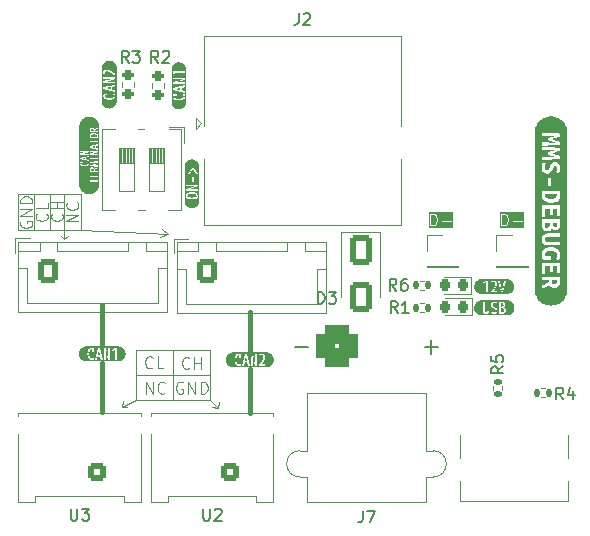
<source format=gbr>
%TF.GenerationSoftware,KiCad,Pcbnew,8.0.7-8.0.7-0~ubuntu22.04.1*%
%TF.CreationDate,2025-01-12T20:07:59+01:00*%
%TF.ProjectId,debug_can_usb,64656275-675f-4636-916e-5f7573622e6b,rev?*%
%TF.SameCoordinates,Original*%
%TF.FileFunction,Legend,Top*%
%TF.FilePolarity,Positive*%
%FSLAX46Y46*%
G04 Gerber Fmt 4.6, Leading zero omitted, Abs format (unit mm)*
G04 Created by KiCad (PCBNEW 8.0.7-8.0.7-0~ubuntu22.04.1) date 2025-01-12 20:07:59*
%MOMM*%
%LPD*%
G01*
G04 APERTURE LIST*
G04 Aperture macros list*
%AMRoundRect*
0 Rectangle with rounded corners*
0 $1 Rounding radius*
0 $2 $3 $4 $5 $6 $7 $8 $9 X,Y pos of 4 corners*
0 Add a 4 corners polygon primitive as box body*
4,1,4,$2,$3,$4,$5,$6,$7,$8,$9,$2,$3,0*
0 Add four circle primitives for the rounded corners*
1,1,$1+$1,$2,$3*
1,1,$1+$1,$4,$5*
1,1,$1+$1,$6,$7*
1,1,$1+$1,$8,$9*
0 Add four rect primitives between the rounded corners*
20,1,$1+$1,$2,$3,$4,$5,0*
20,1,$1+$1,$4,$5,$6,$7,0*
20,1,$1+$1,$6,$7,$8,$9,0*
20,1,$1+$1,$8,$9,$2,$3,0*%
G04 Aperture macros list end*
%ADD10C,0.100000*%
%ADD11C,0.400000*%
%ADD12C,0.150000*%
%ADD13C,0.000000*%
%ADD14C,0.120000*%
%ADD15RoundRect,0.200000X-0.275000X0.200000X-0.275000X-0.200000X0.275000X-0.200000X0.275000X0.200000X0*%
%ADD16RoundRect,0.218750X0.218750X0.256250X-0.218750X0.256250X-0.218750X-0.256250X0.218750X-0.256250X0*%
%ADD17RoundRect,0.135000X-0.135000X-0.185000X0.135000X-0.185000X0.135000X0.185000X-0.135000X0.185000X0*%
%ADD18RoundRect,0.250000X-0.650000X1.000000X-0.650000X-1.000000X0.650000X-1.000000X0.650000X1.000000X0*%
%ADD19C,1.020000*%
%ADD20RoundRect,0.250001X0.499999X0.499999X-0.499999X0.499999X-0.499999X-0.499999X0.499999X-0.499999X0*%
%ADD21C,1.500000*%
%ADD22RoundRect,0.135000X-0.185000X0.135000X-0.185000X-0.135000X0.185000X-0.135000X0.185000X0.135000X0*%
%ADD23C,0.650000*%
%ADD24R,0.600000X1.240000*%
%ADD25R,0.300000X1.240000*%
%ADD26O,1.000000X2.100000*%
%ADD27O,1.000000X1.800000*%
%ADD28RoundRect,0.135000X0.135000X0.185000X-0.135000X0.185000X-0.135000X-0.185000X0.135000X-0.185000X0*%
%ADD29RoundRect,0.250000X-0.600000X-0.725000X0.600000X-0.725000X0.600000X0.725000X-0.600000X0.725000X0*%
%ADD30O,1.700000X1.950000*%
%ADD31R,1.700000X1.700000*%
%ADD32R,1.600000X1.600000*%
%ADD33O,1.600000X1.600000*%
%ADD34C,1.400000*%
%ADD35RoundRect,0.770000X0.980000X0.980000X-0.980000X0.980000X-0.980000X-0.980000X0.980000X-0.980000X0*%
%ADD36C,3.500000*%
%ADD37C,3.250000*%
%ADD38R,1.500000X1.500000*%
%ADD39C,2.300000*%
G04 APERTURE END LIST*
D10*
X136720000Y-79390001D02*
X136220000Y-78890001D01*
X133970000Y-93390001D02*
X132820000Y-93990001D01*
X133970000Y-91290001D02*
X140270000Y-91290001D01*
D11*
X131120000Y-85340001D02*
X131120000Y-88840001D01*
D10*
X129320000Y-78990001D02*
X136720000Y-79390001D01*
D11*
X143620000Y-90740001D02*
X143620000Y-94490001D01*
D10*
X140920000Y-94090001D02*
X140420000Y-93990001D01*
X136720000Y-79390001D02*
X136020000Y-79590001D01*
X140270000Y-93390001D02*
X140920000Y-94090001D01*
X124020000Y-75990001D02*
X129320000Y-75990001D01*
X129320000Y-78990001D01*
X124020000Y-78990001D01*
X124020000Y-75990001D01*
X132820000Y-93990001D02*
X132920000Y-93490001D01*
X132920000Y-93490001D02*
X132820000Y-93990001D01*
X127920000Y-78990001D02*
X127920000Y-79790001D01*
X127920000Y-75990001D02*
X127920000Y-78990001D01*
X127920000Y-79790001D02*
X127620000Y-79490001D01*
X137120000Y-89190001D02*
X137120000Y-93390001D01*
X133970000Y-89190001D02*
X140270000Y-89190001D01*
X140270000Y-93390001D01*
X133970000Y-93390001D01*
X133970000Y-89190001D01*
X127920000Y-79790001D02*
X128220000Y-79490001D01*
X132820000Y-93990001D02*
X133220000Y-93990001D01*
X126670000Y-78990001D02*
X126670000Y-75990001D01*
X125320000Y-75990001D02*
X125320000Y-78990001D01*
D11*
X131120000Y-90240001D02*
X131095000Y-94390001D01*
D10*
X141020000Y-93590001D02*
X140920000Y-94090001D01*
D11*
X143620000Y-85990001D02*
X143620000Y-89490001D01*
D10*
X138495312Y-90667181D02*
X138447693Y-90714801D01*
X138447693Y-90714801D02*
X138304836Y-90762420D01*
X138304836Y-90762420D02*
X138209598Y-90762420D01*
X138209598Y-90762420D02*
X138066741Y-90714801D01*
X138066741Y-90714801D02*
X137971503Y-90619562D01*
X137971503Y-90619562D02*
X137923884Y-90524324D01*
X137923884Y-90524324D02*
X137876265Y-90333848D01*
X137876265Y-90333848D02*
X137876265Y-90190991D01*
X137876265Y-90190991D02*
X137923884Y-90000515D01*
X137923884Y-90000515D02*
X137971503Y-89905277D01*
X137971503Y-89905277D02*
X138066741Y-89810039D01*
X138066741Y-89810039D02*
X138209598Y-89762420D01*
X138209598Y-89762420D02*
X138304836Y-89762420D01*
X138304836Y-89762420D02*
X138447693Y-89810039D01*
X138447693Y-89810039D02*
X138495312Y-89857658D01*
X138923884Y-90762420D02*
X138923884Y-89762420D01*
X138923884Y-90238610D02*
X139495312Y-90238610D01*
X139495312Y-90762420D02*
X139495312Y-89762420D01*
X137947693Y-91910039D02*
X137852455Y-91862420D01*
X137852455Y-91862420D02*
X137709598Y-91862420D01*
X137709598Y-91862420D02*
X137566741Y-91910039D01*
X137566741Y-91910039D02*
X137471503Y-92005277D01*
X137471503Y-92005277D02*
X137423884Y-92100515D01*
X137423884Y-92100515D02*
X137376265Y-92290991D01*
X137376265Y-92290991D02*
X137376265Y-92433848D01*
X137376265Y-92433848D02*
X137423884Y-92624324D01*
X137423884Y-92624324D02*
X137471503Y-92719562D01*
X137471503Y-92719562D02*
X137566741Y-92814801D01*
X137566741Y-92814801D02*
X137709598Y-92862420D01*
X137709598Y-92862420D02*
X137804836Y-92862420D01*
X137804836Y-92862420D02*
X137947693Y-92814801D01*
X137947693Y-92814801D02*
X137995312Y-92767181D01*
X137995312Y-92767181D02*
X137995312Y-92433848D01*
X137995312Y-92433848D02*
X137804836Y-92433848D01*
X138423884Y-92862420D02*
X138423884Y-91862420D01*
X138423884Y-91862420D02*
X138995312Y-92862420D01*
X138995312Y-92862420D02*
X138995312Y-91862420D01*
X139471503Y-92862420D02*
X139471503Y-91862420D01*
X139471503Y-91862420D02*
X139709598Y-91862420D01*
X139709598Y-91862420D02*
X139852455Y-91910039D01*
X139852455Y-91910039D02*
X139947693Y-92005277D01*
X139947693Y-92005277D02*
X139995312Y-92100515D01*
X139995312Y-92100515D02*
X140042931Y-92290991D01*
X140042931Y-92290991D02*
X140042931Y-92433848D01*
X140042931Y-92433848D02*
X139995312Y-92624324D01*
X139995312Y-92624324D02*
X139947693Y-92719562D01*
X139947693Y-92719562D02*
X139852455Y-92814801D01*
X139852455Y-92814801D02*
X139709598Y-92862420D01*
X139709598Y-92862420D02*
X139471503Y-92862420D01*
X126397180Y-77614688D02*
X126444800Y-77662307D01*
X126444800Y-77662307D02*
X126492419Y-77805164D01*
X126492419Y-77805164D02*
X126492419Y-77900402D01*
X126492419Y-77900402D02*
X126444800Y-78043259D01*
X126444800Y-78043259D02*
X126349561Y-78138497D01*
X126349561Y-78138497D02*
X126254323Y-78186116D01*
X126254323Y-78186116D02*
X126063847Y-78233735D01*
X126063847Y-78233735D02*
X125920990Y-78233735D01*
X125920990Y-78233735D02*
X125730514Y-78186116D01*
X125730514Y-78186116D02*
X125635276Y-78138497D01*
X125635276Y-78138497D02*
X125540038Y-78043259D01*
X125540038Y-78043259D02*
X125492419Y-77900402D01*
X125492419Y-77900402D02*
X125492419Y-77805164D01*
X125492419Y-77805164D02*
X125540038Y-77662307D01*
X125540038Y-77662307D02*
X125587657Y-77614688D01*
X126492419Y-76709926D02*
X126492419Y-77186116D01*
X126492419Y-77186116D02*
X125492419Y-77186116D01*
X124240038Y-78262307D02*
X124192419Y-78357545D01*
X124192419Y-78357545D02*
X124192419Y-78500402D01*
X124192419Y-78500402D02*
X124240038Y-78643259D01*
X124240038Y-78643259D02*
X124335276Y-78738497D01*
X124335276Y-78738497D02*
X124430514Y-78786116D01*
X124430514Y-78786116D02*
X124620990Y-78833735D01*
X124620990Y-78833735D02*
X124763847Y-78833735D01*
X124763847Y-78833735D02*
X124954323Y-78786116D01*
X124954323Y-78786116D02*
X125049561Y-78738497D01*
X125049561Y-78738497D02*
X125144800Y-78643259D01*
X125144800Y-78643259D02*
X125192419Y-78500402D01*
X125192419Y-78500402D02*
X125192419Y-78405164D01*
X125192419Y-78405164D02*
X125144800Y-78262307D01*
X125144800Y-78262307D02*
X125097180Y-78214688D01*
X125097180Y-78214688D02*
X124763847Y-78214688D01*
X124763847Y-78214688D02*
X124763847Y-78405164D01*
X125192419Y-77786116D02*
X124192419Y-77786116D01*
X124192419Y-77786116D02*
X125192419Y-77214688D01*
X125192419Y-77214688D02*
X124192419Y-77214688D01*
X125192419Y-76738497D02*
X124192419Y-76738497D01*
X124192419Y-76738497D02*
X124192419Y-76500402D01*
X124192419Y-76500402D02*
X124240038Y-76357545D01*
X124240038Y-76357545D02*
X124335276Y-76262307D01*
X124335276Y-76262307D02*
X124430514Y-76214688D01*
X124430514Y-76214688D02*
X124620990Y-76167069D01*
X124620990Y-76167069D02*
X124763847Y-76167069D01*
X124763847Y-76167069D02*
X124954323Y-76214688D01*
X124954323Y-76214688D02*
X125049561Y-76262307D01*
X125049561Y-76262307D02*
X125144800Y-76357545D01*
X125144800Y-76357545D02*
X125192419Y-76500402D01*
X125192419Y-76500402D02*
X125192419Y-76738497D01*
G36*
X159277827Y-77753740D02*
G01*
X159358980Y-77834893D01*
X159400517Y-77917967D01*
X159445312Y-78097146D01*
X159445312Y-78227693D01*
X159400517Y-78406871D01*
X159358980Y-78489945D01*
X159277826Y-78571099D01*
X159153866Y-78612420D01*
X158973884Y-78612420D01*
X158973884Y-77712420D01*
X159153866Y-77712420D01*
X159277827Y-77753740D01*
G37*
G36*
X160843094Y-78823531D02*
G01*
X158762773Y-78823531D01*
X158762773Y-77662420D01*
X158873884Y-77662420D01*
X158873884Y-78662420D01*
X158877690Y-78681554D01*
X158904750Y-78708614D01*
X158923884Y-78712420D01*
X159161979Y-78712420D01*
X159169841Y-78710856D01*
X159177790Y-78709854D01*
X159320647Y-78662235D01*
X159322822Y-78660995D01*
X159323971Y-78660995D01*
X159330641Y-78656537D01*
X159337595Y-78652574D01*
X159338107Y-78651548D01*
X159340192Y-78650156D01*
X159435430Y-78554917D01*
X159439883Y-78548251D01*
X159444795Y-78541923D01*
X159492414Y-78446685D01*
X159493860Y-78441403D01*
X159496200Y-78436451D01*
X159539730Y-78262333D01*
X159877690Y-78262333D01*
X159877690Y-78300601D01*
X159904750Y-78327661D01*
X159923884Y-78331467D01*
X160254836Y-78331467D01*
X160254836Y-78662420D01*
X160258642Y-78681554D01*
X160285702Y-78708614D01*
X160323970Y-78708614D01*
X160351030Y-78681554D01*
X160354836Y-78662420D01*
X160354836Y-78331467D01*
X160685789Y-78331467D01*
X160704923Y-78327661D01*
X160731983Y-78300601D01*
X160731983Y-78262333D01*
X160704923Y-78235273D01*
X160685789Y-78231467D01*
X160354836Y-78231467D01*
X160354836Y-77900515D01*
X160351030Y-77881381D01*
X160323970Y-77854321D01*
X160285702Y-77854321D01*
X160258642Y-77881381D01*
X160254836Y-77900515D01*
X160254836Y-78231467D01*
X159923884Y-78231467D01*
X159904750Y-78235273D01*
X159877690Y-78262333D01*
X159539730Y-78262333D01*
X159543819Y-78245975D01*
X159544116Y-78239857D01*
X159545312Y-78233848D01*
X159545312Y-78090991D01*
X159544116Y-78084981D01*
X159543819Y-78078864D01*
X159496200Y-77888388D01*
X159493860Y-77883435D01*
X159492414Y-77878154D01*
X159444795Y-77782916D01*
X159439879Y-77776581D01*
X159435429Y-77769922D01*
X159340191Y-77674684D01*
X159338108Y-77673292D01*
X159337595Y-77672266D01*
X159330634Y-77668298D01*
X159323970Y-77663845D01*
X159322822Y-77663845D01*
X159320647Y-77662605D01*
X159177790Y-77614986D01*
X159169841Y-77613983D01*
X159161979Y-77612420D01*
X158923884Y-77612420D01*
X158904750Y-77616226D01*
X158877690Y-77643286D01*
X158873884Y-77662420D01*
X158762773Y-77662420D01*
X158762773Y-77501309D01*
X160843094Y-77501309D01*
X160843094Y-78823531D01*
G37*
X127697180Y-77614688D02*
X127744800Y-77662307D01*
X127744800Y-77662307D02*
X127792419Y-77805164D01*
X127792419Y-77805164D02*
X127792419Y-77900402D01*
X127792419Y-77900402D02*
X127744800Y-78043259D01*
X127744800Y-78043259D02*
X127649561Y-78138497D01*
X127649561Y-78138497D02*
X127554323Y-78186116D01*
X127554323Y-78186116D02*
X127363847Y-78233735D01*
X127363847Y-78233735D02*
X127220990Y-78233735D01*
X127220990Y-78233735D02*
X127030514Y-78186116D01*
X127030514Y-78186116D02*
X126935276Y-78138497D01*
X126935276Y-78138497D02*
X126840038Y-78043259D01*
X126840038Y-78043259D02*
X126792419Y-77900402D01*
X126792419Y-77900402D02*
X126792419Y-77805164D01*
X126792419Y-77805164D02*
X126840038Y-77662307D01*
X126840038Y-77662307D02*
X126887657Y-77614688D01*
X127792419Y-77186116D02*
X126792419Y-77186116D01*
X127268609Y-77186116D02*
X127268609Y-76614688D01*
X127792419Y-76614688D02*
X126792419Y-76614688D01*
X135395312Y-90617181D02*
X135347693Y-90664801D01*
X135347693Y-90664801D02*
X135204836Y-90712420D01*
X135204836Y-90712420D02*
X135109598Y-90712420D01*
X135109598Y-90712420D02*
X134966741Y-90664801D01*
X134966741Y-90664801D02*
X134871503Y-90569562D01*
X134871503Y-90569562D02*
X134823884Y-90474324D01*
X134823884Y-90474324D02*
X134776265Y-90283848D01*
X134776265Y-90283848D02*
X134776265Y-90140991D01*
X134776265Y-90140991D02*
X134823884Y-89950515D01*
X134823884Y-89950515D02*
X134871503Y-89855277D01*
X134871503Y-89855277D02*
X134966741Y-89760039D01*
X134966741Y-89760039D02*
X135109598Y-89712420D01*
X135109598Y-89712420D02*
X135204836Y-89712420D01*
X135204836Y-89712420D02*
X135347693Y-89760039D01*
X135347693Y-89760039D02*
X135395312Y-89807658D01*
X136300074Y-90712420D02*
X135823884Y-90712420D01*
X135823884Y-90712420D02*
X135823884Y-89712420D01*
X129092419Y-78286116D02*
X128092419Y-78286116D01*
X128092419Y-78286116D02*
X129092419Y-77714688D01*
X129092419Y-77714688D02*
X128092419Y-77714688D01*
X128997180Y-76667069D02*
X129044800Y-76714688D01*
X129044800Y-76714688D02*
X129092419Y-76857545D01*
X129092419Y-76857545D02*
X129092419Y-76952783D01*
X129092419Y-76952783D02*
X129044800Y-77095640D01*
X129044800Y-77095640D02*
X128949561Y-77190878D01*
X128949561Y-77190878D02*
X128854323Y-77238497D01*
X128854323Y-77238497D02*
X128663847Y-77286116D01*
X128663847Y-77286116D02*
X128520990Y-77286116D01*
X128520990Y-77286116D02*
X128330514Y-77238497D01*
X128330514Y-77238497D02*
X128235276Y-77190878D01*
X128235276Y-77190878D02*
X128140038Y-77095640D01*
X128140038Y-77095640D02*
X128092419Y-76952783D01*
X128092419Y-76952783D02*
X128092419Y-76857545D01*
X128092419Y-76857545D02*
X128140038Y-76714688D01*
X128140038Y-76714688D02*
X128187657Y-76667069D01*
G36*
X165277827Y-77753740D02*
G01*
X165358980Y-77834893D01*
X165400517Y-77917967D01*
X165445312Y-78097146D01*
X165445312Y-78227693D01*
X165400517Y-78406871D01*
X165358980Y-78489945D01*
X165277826Y-78571099D01*
X165153866Y-78612420D01*
X164973884Y-78612420D01*
X164973884Y-77712420D01*
X165153866Y-77712420D01*
X165277827Y-77753740D01*
G37*
G36*
X166843094Y-78823531D02*
G01*
X164762773Y-78823531D01*
X164762773Y-77662420D01*
X164873884Y-77662420D01*
X164873884Y-78662420D01*
X164877690Y-78681554D01*
X164904750Y-78708614D01*
X164923884Y-78712420D01*
X165161979Y-78712420D01*
X165169841Y-78710856D01*
X165177790Y-78709854D01*
X165320647Y-78662235D01*
X165322822Y-78660995D01*
X165323971Y-78660995D01*
X165330641Y-78656537D01*
X165337595Y-78652574D01*
X165338107Y-78651548D01*
X165340192Y-78650156D01*
X165435430Y-78554917D01*
X165439883Y-78548251D01*
X165444795Y-78541923D01*
X165492414Y-78446685D01*
X165493860Y-78441403D01*
X165496200Y-78436451D01*
X165539730Y-78262333D01*
X165877690Y-78262333D01*
X165877690Y-78300601D01*
X165904750Y-78327661D01*
X165923884Y-78331467D01*
X166685789Y-78331467D01*
X166704923Y-78327661D01*
X166731983Y-78300601D01*
X166731983Y-78262333D01*
X166704923Y-78235273D01*
X166685789Y-78231467D01*
X165923884Y-78231467D01*
X165904750Y-78235273D01*
X165877690Y-78262333D01*
X165539730Y-78262333D01*
X165543819Y-78245975D01*
X165544116Y-78239857D01*
X165545312Y-78233848D01*
X165545312Y-78090991D01*
X165544116Y-78084981D01*
X165543819Y-78078864D01*
X165496200Y-77888388D01*
X165493860Y-77883435D01*
X165492414Y-77878154D01*
X165444795Y-77782916D01*
X165439879Y-77776581D01*
X165435429Y-77769922D01*
X165340191Y-77674684D01*
X165338108Y-77673292D01*
X165337595Y-77672266D01*
X165330634Y-77668298D01*
X165323970Y-77663845D01*
X165322822Y-77663845D01*
X165320647Y-77662605D01*
X165177790Y-77614986D01*
X165169841Y-77613983D01*
X165161979Y-77612420D01*
X164923884Y-77612420D01*
X164904750Y-77616226D01*
X164877690Y-77643286D01*
X164873884Y-77662420D01*
X164762773Y-77662420D01*
X164762773Y-77501309D01*
X166843094Y-77501309D01*
X166843094Y-78823531D01*
G37*
X134823884Y-92862420D02*
X134823884Y-91862420D01*
X134823884Y-91862420D02*
X135395312Y-92862420D01*
X135395312Y-92862420D02*
X135395312Y-91862420D01*
X136442931Y-92767181D02*
X136395312Y-92814801D01*
X136395312Y-92814801D02*
X136252455Y-92862420D01*
X136252455Y-92862420D02*
X136157217Y-92862420D01*
X136157217Y-92862420D02*
X136014360Y-92814801D01*
X136014360Y-92814801D02*
X135919122Y-92719562D01*
X135919122Y-92719562D02*
X135871503Y-92624324D01*
X135871503Y-92624324D02*
X135823884Y-92433848D01*
X135823884Y-92433848D02*
X135823884Y-92290991D01*
X135823884Y-92290991D02*
X135871503Y-92100515D01*
X135871503Y-92100515D02*
X135919122Y-92005277D01*
X135919122Y-92005277D02*
X136014360Y-91910039D01*
X136014360Y-91910039D02*
X136157217Y-91862420D01*
X136157217Y-91862420D02*
X136252455Y-91862420D01*
X136252455Y-91862420D02*
X136395312Y-91910039D01*
X136395312Y-91910039D02*
X136442931Y-91957658D01*
D12*
X135853333Y-64844820D02*
X135520000Y-64368629D01*
X135281905Y-64844820D02*
X135281905Y-63844820D01*
X135281905Y-63844820D02*
X135662857Y-63844820D01*
X135662857Y-63844820D02*
X135758095Y-63892439D01*
X135758095Y-63892439D02*
X135805714Y-63940058D01*
X135805714Y-63940058D02*
X135853333Y-64035296D01*
X135853333Y-64035296D02*
X135853333Y-64178153D01*
X135853333Y-64178153D02*
X135805714Y-64273391D01*
X135805714Y-64273391D02*
X135758095Y-64321010D01*
X135758095Y-64321010D02*
X135662857Y-64368629D01*
X135662857Y-64368629D02*
X135281905Y-64368629D01*
X136234286Y-63940058D02*
X136281905Y-63892439D01*
X136281905Y-63892439D02*
X136377143Y-63844820D01*
X136377143Y-63844820D02*
X136615238Y-63844820D01*
X136615238Y-63844820D02*
X136710476Y-63892439D01*
X136710476Y-63892439D02*
X136758095Y-63940058D01*
X136758095Y-63940058D02*
X136805714Y-64035296D01*
X136805714Y-64035296D02*
X136805714Y-64130534D01*
X136805714Y-64130534D02*
X136758095Y-64273391D01*
X136758095Y-64273391D02*
X136186667Y-64844820D01*
X136186667Y-64844820D02*
X136805714Y-64844820D01*
X156130835Y-86044820D02*
X155797502Y-85568629D01*
X155559407Y-86044820D02*
X155559407Y-85044820D01*
X155559407Y-85044820D02*
X155940359Y-85044820D01*
X155940359Y-85044820D02*
X156035597Y-85092439D01*
X156035597Y-85092439D02*
X156083216Y-85140058D01*
X156083216Y-85140058D02*
X156130835Y-85235296D01*
X156130835Y-85235296D02*
X156130835Y-85378153D01*
X156130835Y-85378153D02*
X156083216Y-85473391D01*
X156083216Y-85473391D02*
X156035597Y-85521010D01*
X156035597Y-85521010D02*
X155940359Y-85568629D01*
X155940359Y-85568629D02*
X155559407Y-85568629D01*
X157083216Y-86044820D02*
X156511788Y-86044820D01*
X156797502Y-86044820D02*
X156797502Y-85044820D01*
X156797502Y-85044820D02*
X156702264Y-85187677D01*
X156702264Y-85187677D02*
X156607026Y-85282915D01*
X156607026Y-85282915D02*
X156511788Y-85330534D01*
X149381905Y-85244820D02*
X149381905Y-84244820D01*
X149381905Y-84244820D02*
X149620000Y-84244820D01*
X149620000Y-84244820D02*
X149762857Y-84292439D01*
X149762857Y-84292439D02*
X149858095Y-84387677D01*
X149858095Y-84387677D02*
X149905714Y-84482915D01*
X149905714Y-84482915D02*
X149953333Y-84673391D01*
X149953333Y-84673391D02*
X149953333Y-84816248D01*
X149953333Y-84816248D02*
X149905714Y-85006724D01*
X149905714Y-85006724D02*
X149858095Y-85101962D01*
X149858095Y-85101962D02*
X149762857Y-85197201D01*
X149762857Y-85197201D02*
X149620000Y-85244820D01*
X149620000Y-85244820D02*
X149381905Y-85244820D01*
X150286667Y-84244820D02*
X150905714Y-84244820D01*
X150905714Y-84244820D02*
X150572381Y-84625772D01*
X150572381Y-84625772D02*
X150715238Y-84625772D01*
X150715238Y-84625772D02*
X150810476Y-84673391D01*
X150810476Y-84673391D02*
X150858095Y-84721010D01*
X150858095Y-84721010D02*
X150905714Y-84816248D01*
X150905714Y-84816248D02*
X150905714Y-85054343D01*
X150905714Y-85054343D02*
X150858095Y-85149581D01*
X150858095Y-85149581D02*
X150810476Y-85197201D01*
X150810476Y-85197201D02*
X150715238Y-85244820D01*
X150715238Y-85244820D02*
X150429524Y-85244820D01*
X150429524Y-85244820D02*
X150334286Y-85197201D01*
X150334286Y-85197201D02*
X150286667Y-85149581D01*
X139658095Y-102614820D02*
X139658095Y-103424343D01*
X139658095Y-103424343D02*
X139705714Y-103519581D01*
X139705714Y-103519581D02*
X139753333Y-103567201D01*
X139753333Y-103567201D02*
X139848571Y-103614820D01*
X139848571Y-103614820D02*
X140039047Y-103614820D01*
X140039047Y-103614820D02*
X140134285Y-103567201D01*
X140134285Y-103567201D02*
X140181904Y-103519581D01*
X140181904Y-103519581D02*
X140229523Y-103424343D01*
X140229523Y-103424343D02*
X140229523Y-102614820D01*
X140658095Y-102710058D02*
X140705714Y-102662439D01*
X140705714Y-102662439D02*
X140800952Y-102614820D01*
X140800952Y-102614820D02*
X141039047Y-102614820D01*
X141039047Y-102614820D02*
X141134285Y-102662439D01*
X141134285Y-102662439D02*
X141181904Y-102710058D01*
X141181904Y-102710058D02*
X141229523Y-102805296D01*
X141229523Y-102805296D02*
X141229523Y-102900534D01*
X141229523Y-102900534D02*
X141181904Y-103043391D01*
X141181904Y-103043391D02*
X140610476Y-103614820D01*
X140610476Y-103614820D02*
X141229523Y-103614820D01*
X165074819Y-90556666D02*
X164598628Y-90889999D01*
X165074819Y-91128094D02*
X164074819Y-91128094D01*
X164074819Y-91128094D02*
X164074819Y-90747142D01*
X164074819Y-90747142D02*
X164122438Y-90651904D01*
X164122438Y-90651904D02*
X164170057Y-90604285D01*
X164170057Y-90604285D02*
X164265295Y-90556666D01*
X164265295Y-90556666D02*
X164408152Y-90556666D01*
X164408152Y-90556666D02*
X164503390Y-90604285D01*
X164503390Y-90604285D02*
X164551009Y-90651904D01*
X164551009Y-90651904D02*
X164598628Y-90747142D01*
X164598628Y-90747142D02*
X164598628Y-91128094D01*
X164074819Y-89651904D02*
X164074819Y-90128094D01*
X164074819Y-90128094D02*
X164551009Y-90175713D01*
X164551009Y-90175713D02*
X164503390Y-90128094D01*
X164503390Y-90128094D02*
X164455771Y-90032856D01*
X164455771Y-90032856D02*
X164455771Y-89794761D01*
X164455771Y-89794761D02*
X164503390Y-89699523D01*
X164503390Y-89699523D02*
X164551009Y-89651904D01*
X164551009Y-89651904D02*
X164646247Y-89604285D01*
X164646247Y-89604285D02*
X164884342Y-89604285D01*
X164884342Y-89604285D02*
X164979580Y-89651904D01*
X164979580Y-89651904D02*
X165027200Y-89699523D01*
X165027200Y-89699523D02*
X165074819Y-89794761D01*
X165074819Y-89794761D02*
X165074819Y-90032856D01*
X165074819Y-90032856D02*
X165027200Y-90128094D01*
X165027200Y-90128094D02*
X164979580Y-90175713D01*
X133353333Y-64844820D02*
X133020000Y-64368629D01*
X132781905Y-64844820D02*
X132781905Y-63844820D01*
X132781905Y-63844820D02*
X133162857Y-63844820D01*
X133162857Y-63844820D02*
X133258095Y-63892439D01*
X133258095Y-63892439D02*
X133305714Y-63940058D01*
X133305714Y-63940058D02*
X133353333Y-64035296D01*
X133353333Y-64035296D02*
X133353333Y-64178153D01*
X133353333Y-64178153D02*
X133305714Y-64273391D01*
X133305714Y-64273391D02*
X133258095Y-64321010D01*
X133258095Y-64321010D02*
X133162857Y-64368629D01*
X133162857Y-64368629D02*
X132781905Y-64368629D01*
X133686667Y-63844820D02*
X134305714Y-63844820D01*
X134305714Y-63844820D02*
X133972381Y-64225772D01*
X133972381Y-64225772D02*
X134115238Y-64225772D01*
X134115238Y-64225772D02*
X134210476Y-64273391D01*
X134210476Y-64273391D02*
X134258095Y-64321010D01*
X134258095Y-64321010D02*
X134305714Y-64416248D01*
X134305714Y-64416248D02*
X134305714Y-64654343D01*
X134305714Y-64654343D02*
X134258095Y-64749581D01*
X134258095Y-64749581D02*
X134210476Y-64797201D01*
X134210476Y-64797201D02*
X134115238Y-64844820D01*
X134115238Y-64844820D02*
X133829524Y-64844820D01*
X133829524Y-64844820D02*
X133734286Y-64797201D01*
X133734286Y-64797201D02*
X133686667Y-64749581D01*
X170153333Y-93344820D02*
X169820000Y-92868629D01*
X169581905Y-93344820D02*
X169581905Y-92344820D01*
X169581905Y-92344820D02*
X169962857Y-92344820D01*
X169962857Y-92344820D02*
X170058095Y-92392439D01*
X170058095Y-92392439D02*
X170105714Y-92440058D01*
X170105714Y-92440058D02*
X170153333Y-92535296D01*
X170153333Y-92535296D02*
X170153333Y-92678153D01*
X170153333Y-92678153D02*
X170105714Y-92773391D01*
X170105714Y-92773391D02*
X170058095Y-92821010D01*
X170058095Y-92821010D02*
X169962857Y-92868629D01*
X169962857Y-92868629D02*
X169581905Y-92868629D01*
X171010476Y-92678153D02*
X171010476Y-93344820D01*
X170772381Y-92297201D02*
X170534286Y-93011486D01*
X170534286Y-93011486D02*
X171153333Y-93011486D01*
X128458095Y-102614820D02*
X128458095Y-103424343D01*
X128458095Y-103424343D02*
X128505714Y-103519581D01*
X128505714Y-103519581D02*
X128553333Y-103567201D01*
X128553333Y-103567201D02*
X128648571Y-103614820D01*
X128648571Y-103614820D02*
X128839047Y-103614820D01*
X128839047Y-103614820D02*
X128934285Y-103567201D01*
X128934285Y-103567201D02*
X128981904Y-103519581D01*
X128981904Y-103519581D02*
X129029523Y-103424343D01*
X129029523Y-103424343D02*
X129029523Y-102614820D01*
X129410476Y-102614820D02*
X130029523Y-102614820D01*
X130029523Y-102614820D02*
X129696190Y-102995772D01*
X129696190Y-102995772D02*
X129839047Y-102995772D01*
X129839047Y-102995772D02*
X129934285Y-103043391D01*
X129934285Y-103043391D02*
X129981904Y-103091010D01*
X129981904Y-103091010D02*
X130029523Y-103186248D01*
X130029523Y-103186248D02*
X130029523Y-103424343D01*
X130029523Y-103424343D02*
X129981904Y-103519581D01*
X129981904Y-103519581D02*
X129934285Y-103567201D01*
X129934285Y-103567201D02*
X129839047Y-103614820D01*
X129839047Y-103614820D02*
X129553333Y-103614820D01*
X129553333Y-103614820D02*
X129458095Y-103567201D01*
X129458095Y-103567201D02*
X129410476Y-103519581D01*
X156030835Y-84144820D02*
X155697502Y-83668629D01*
X155459407Y-84144820D02*
X155459407Y-83144820D01*
X155459407Y-83144820D02*
X155840359Y-83144820D01*
X155840359Y-83144820D02*
X155935597Y-83192439D01*
X155935597Y-83192439D02*
X155983216Y-83240058D01*
X155983216Y-83240058D02*
X156030835Y-83335296D01*
X156030835Y-83335296D02*
X156030835Y-83478153D01*
X156030835Y-83478153D02*
X155983216Y-83573391D01*
X155983216Y-83573391D02*
X155935597Y-83621010D01*
X155935597Y-83621010D02*
X155840359Y-83668629D01*
X155840359Y-83668629D02*
X155459407Y-83668629D01*
X156887978Y-83144820D02*
X156697502Y-83144820D01*
X156697502Y-83144820D02*
X156602264Y-83192439D01*
X156602264Y-83192439D02*
X156554645Y-83240058D01*
X156554645Y-83240058D02*
X156459407Y-83382915D01*
X156459407Y-83382915D02*
X156411788Y-83573391D01*
X156411788Y-83573391D02*
X156411788Y-83954343D01*
X156411788Y-83954343D02*
X156459407Y-84049581D01*
X156459407Y-84049581D02*
X156507026Y-84097201D01*
X156507026Y-84097201D02*
X156602264Y-84144820D01*
X156602264Y-84144820D02*
X156792740Y-84144820D01*
X156792740Y-84144820D02*
X156887978Y-84097201D01*
X156887978Y-84097201D02*
X156935597Y-84049581D01*
X156935597Y-84049581D02*
X156983216Y-83954343D01*
X156983216Y-83954343D02*
X156983216Y-83716248D01*
X156983216Y-83716248D02*
X156935597Y-83621010D01*
X156935597Y-83621010D02*
X156887978Y-83573391D01*
X156887978Y-83573391D02*
X156792740Y-83525772D01*
X156792740Y-83525772D02*
X156602264Y-83525772D01*
X156602264Y-83525772D02*
X156507026Y-83573391D01*
X156507026Y-83573391D02*
X156459407Y-83621010D01*
X156459407Y-83621010D02*
X156411788Y-83716248D01*
X153166666Y-102759820D02*
X153166666Y-103474105D01*
X153166666Y-103474105D02*
X153119047Y-103616962D01*
X153119047Y-103616962D02*
X153023809Y-103712201D01*
X153023809Y-103712201D02*
X152880952Y-103759820D01*
X152880952Y-103759820D02*
X152785714Y-103759820D01*
X153547619Y-102759820D02*
X154214285Y-102759820D01*
X154214285Y-102759820D02*
X153785714Y-103759820D01*
X158428571Y-88919701D02*
X159571429Y-88919701D01*
X159000000Y-89491129D02*
X159000000Y-88348272D01*
X147428571Y-88919701D02*
X148571429Y-88919701D01*
X147750667Y-60644820D02*
X147750667Y-61359105D01*
X147750667Y-61359105D02*
X147703048Y-61501962D01*
X147703048Y-61501962D02*
X147607810Y-61597201D01*
X147607810Y-61597201D02*
X147464953Y-61644820D01*
X147464953Y-61644820D02*
X147369715Y-61644820D01*
X148179239Y-60740058D02*
X148226858Y-60692439D01*
X148226858Y-60692439D02*
X148322096Y-60644820D01*
X148322096Y-60644820D02*
X148560191Y-60644820D01*
X148560191Y-60644820D02*
X148655429Y-60692439D01*
X148655429Y-60692439D02*
X148703048Y-60740058D01*
X148703048Y-60740058D02*
X148750667Y-60835296D01*
X148750667Y-60835296D02*
X148750667Y-60930534D01*
X148750667Y-60930534D02*
X148703048Y-61073391D01*
X148703048Y-61073391D02*
X148131620Y-61644820D01*
X148131620Y-61644820D02*
X148750667Y-61644820D01*
D13*
%TO.C,kibuzzard-675D9C73*%
G36*
X137740548Y-67163974D02*
G01*
X137270685Y-67070823D01*
X137270685Y-67069452D01*
X137740548Y-66976302D01*
X137740548Y-67163974D01*
G37*
G36*
X138247854Y-66642056D02*
G01*
X138247854Y-67392741D01*
X138247854Y-67685891D01*
X138247854Y-68032467D01*
X138247854Y-68146622D01*
X138244831Y-68208162D01*
X138235790Y-68269110D01*
X138220819Y-68328878D01*
X138200061Y-68386891D01*
X138173718Y-68442590D01*
X138142041Y-68495439D01*
X138105338Y-68544928D01*
X138063960Y-68590582D01*
X138018306Y-68631960D01*
X137968817Y-68668664D01*
X137915968Y-68700340D01*
X137860269Y-68726683D01*
X137802256Y-68747442D01*
X137742488Y-68762412D01*
X137681540Y-68771453D01*
X137620000Y-68774476D01*
X137558460Y-68771453D01*
X137497512Y-68762412D01*
X137437744Y-68747442D01*
X137379731Y-68726683D01*
X137324032Y-68700340D01*
X137271183Y-68668664D01*
X137221694Y-68631960D01*
X137176040Y-68590582D01*
X137134662Y-68544928D01*
X137097959Y-68495439D01*
X137066282Y-68442590D01*
X137039939Y-68386891D01*
X137019181Y-68328878D01*
X137004210Y-68269110D01*
X136995169Y-68208162D01*
X136992146Y-68146622D01*
X136992146Y-68032467D01*
X136992146Y-67690001D01*
X137106301Y-67690001D01*
X137114115Y-67770266D01*
X137137551Y-67839830D01*
X137176614Y-67898691D01*
X137231301Y-67946850D01*
X137301614Y-67984307D01*
X137387551Y-68011063D01*
X137489114Y-68027116D01*
X137606301Y-68032467D01*
X137729910Y-68027052D01*
X137837039Y-68010806D01*
X137927684Y-67983729D01*
X138001849Y-67945824D01*
X138059533Y-67897086D01*
X138100736Y-67837518D01*
X138125458Y-67767120D01*
X138133699Y-67685891D01*
X138125137Y-67594453D01*
X138099452Y-67511919D01*
X137973425Y-67511919D01*
X138005273Y-67590001D01*
X138015890Y-67662604D01*
X138004513Y-67729575D01*
X137970381Y-67784369D01*
X137913493Y-67826987D01*
X137833851Y-67857429D01*
X137731454Y-67875694D01*
X137606301Y-67881782D01*
X137490358Y-67876264D01*
X137395495Y-67859712D01*
X137321712Y-67832124D01*
X137269011Y-67793502D01*
X137237390Y-67743844D01*
X137226849Y-67683152D01*
X137232329Y-67651645D01*
X137446027Y-67651645D01*
X137446027Y-67505069D01*
X137136438Y-67505068D01*
X137113836Y-67592397D01*
X137106301Y-67690001D01*
X136992146Y-67690001D01*
X136992146Y-66979042D01*
X137120000Y-66979042D01*
X137120000Y-67157124D01*
X138120000Y-67392741D01*
X138120000Y-67239316D01*
X137856986Y-67187261D01*
X137856986Y-66953015D01*
X138120000Y-66900959D01*
X138120000Y-66742056D01*
X137120000Y-66979042D01*
X136992146Y-66979042D01*
X136992146Y-66265343D01*
X137120000Y-66265343D01*
X137846027Y-66265343D01*
X137846027Y-66269453D01*
X137120001Y-66483152D01*
X137120001Y-66642056D01*
X138119999Y-66642056D01*
X138120000Y-66491371D01*
X137393973Y-66491371D01*
X137393973Y-66488631D01*
X138120000Y-66274932D01*
X138119999Y-66121508D01*
X137120001Y-66121508D01*
X137120000Y-66265343D01*
X136992146Y-66265343D01*
X136992146Y-65547535D01*
X136992146Y-65547534D01*
X137120000Y-65547534D01*
X137120001Y-65699590D01*
X137259726Y-65939316D01*
X137393973Y-65939316D01*
X137262466Y-65703700D01*
X137263836Y-65700960D01*
X138120000Y-65700960D01*
X138120000Y-65547534D01*
X137120000Y-65547534D01*
X136992146Y-65547534D01*
X136992146Y-65433380D01*
X136995169Y-65371840D01*
X137004210Y-65310892D01*
X137019181Y-65251124D01*
X137039939Y-65193111D01*
X137066282Y-65137412D01*
X137097959Y-65084563D01*
X137134662Y-65035074D01*
X137176040Y-64989420D01*
X137221694Y-64948042D01*
X137271183Y-64911338D01*
X137324032Y-64879662D01*
X137379731Y-64853319D01*
X137437744Y-64832560D01*
X137497512Y-64817590D01*
X137558460Y-64808549D01*
X137620000Y-64805526D01*
X137681540Y-64808549D01*
X137742488Y-64817590D01*
X137802256Y-64832560D01*
X137860269Y-64853319D01*
X137915968Y-64879662D01*
X137968817Y-64911338D01*
X138018306Y-64948042D01*
X138063960Y-64989420D01*
X138105338Y-65035074D01*
X138142041Y-65084563D01*
X138173718Y-65137412D01*
X138200061Y-65193111D01*
X138220819Y-65251124D01*
X138235790Y-65310892D01*
X138244831Y-65371840D01*
X138247854Y-65433380D01*
X138247854Y-65547535D01*
X138247854Y-65700960D01*
X138247854Y-66642056D01*
G37*
D14*
%TO.C,R2*%
X135297500Y-66552743D02*
X135297500Y-67027259D01*
X136342500Y-66552743D02*
X136342500Y-67027259D01*
D13*
%TO.C,kibuzzard-67840A5C*%
G36*
X165456668Y-83171987D02*
G01*
X165516951Y-83180929D01*
X165576067Y-83195737D01*
X165633447Y-83216268D01*
X165688539Y-83242324D01*
X165740811Y-83273655D01*
X165789760Y-83309958D01*
X165834916Y-83350884D01*
X165875842Y-83396040D01*
X165912146Y-83444989D01*
X165943476Y-83497261D01*
X165969532Y-83552353D01*
X165990063Y-83609733D01*
X166004871Y-83668849D01*
X166013813Y-83729132D01*
X166016804Y-83790001D01*
X166013813Y-83850870D01*
X166004871Y-83911153D01*
X165990063Y-83970269D01*
X165969532Y-84027649D01*
X165943476Y-84082741D01*
X165912146Y-84135013D01*
X165875842Y-84183962D01*
X165834916Y-84229118D01*
X165789760Y-84270044D01*
X165740811Y-84306347D01*
X165688539Y-84337678D01*
X165633447Y-84363734D01*
X165576067Y-84384265D01*
X165516951Y-84399073D01*
X165456668Y-84408015D01*
X165395799Y-84411006D01*
X165281644Y-84411006D01*
X165058356Y-84411006D01*
X164532329Y-84411006D01*
X163596712Y-84411006D01*
X163358356Y-84411006D01*
X163244201Y-84411006D01*
X163183332Y-84408015D01*
X163123049Y-84399073D01*
X163063933Y-84384265D01*
X163006553Y-84363734D01*
X162951461Y-84337678D01*
X162899189Y-84306347D01*
X162850240Y-84270044D01*
X162805084Y-84229118D01*
X162764158Y-84183962D01*
X162727854Y-84135013D01*
X162696524Y-84082741D01*
X162670468Y-84027649D01*
X162649937Y-83970269D01*
X162635129Y-83911153D01*
X162626187Y-83850870D01*
X162623196Y-83790001D01*
X162626187Y-83729132D01*
X162635129Y-83668849D01*
X162649937Y-83609733D01*
X162670468Y-83552353D01*
X162696524Y-83497261D01*
X162727854Y-83444989D01*
X162734094Y-83436576D01*
X163358356Y-83436576D01*
X163358356Y-83570823D01*
X163593973Y-83439316D01*
X163596712Y-83440686D01*
X163596712Y-84296850D01*
X163750137Y-84296850D01*
X163750137Y-83354385D01*
X164039178Y-83354385D01*
X164039178Y-83483152D01*
X164116347Y-83438251D01*
X164187123Y-83411310D01*
X164251507Y-83402330D01*
X164341233Y-83439316D01*
X164363322Y-83487261D01*
X164370685Y-83557124D01*
X164363919Y-83632187D01*
X164343623Y-83711779D01*
X164309796Y-83795900D01*
X164262438Y-83884550D01*
X164201549Y-83977728D01*
X164127129Y-84075436D01*
X164039178Y-84177672D01*
X164039178Y-84296850D01*
X164532329Y-84296850D01*
X164532329Y-84177672D01*
X164198082Y-84177672D01*
X164198082Y-84174933D01*
X164278433Y-84079213D01*
X164346884Y-83989316D01*
X164403433Y-83905241D01*
X164448082Y-83826987D01*
X164491081Y-83729270D01*
X164516880Y-83637033D01*
X164525479Y-83550275D01*
X164509897Y-83434693D01*
X164463151Y-83350960D01*
X164386952Y-83300104D01*
X164367001Y-83296850D01*
X164658356Y-83296850D01*
X164880274Y-84296850D01*
X165058356Y-84296850D01*
X165281644Y-83296850D01*
X165129589Y-83296850D01*
X164973425Y-84159864D01*
X164972055Y-84159864D01*
X164815890Y-83296850D01*
X164658356Y-83296850D01*
X164367001Y-83296850D01*
X164283014Y-83283152D01*
X164196256Y-83291066D01*
X164114977Y-83314811D01*
X164039178Y-83354385D01*
X163750137Y-83354385D01*
X163750137Y-83296850D01*
X163598082Y-83296850D01*
X163358356Y-83436576D01*
X162734094Y-83436576D01*
X162764158Y-83396040D01*
X162805084Y-83350884D01*
X162850240Y-83309958D01*
X162899189Y-83273655D01*
X162951461Y-83242324D01*
X163006553Y-83216268D01*
X163063933Y-83195737D01*
X163123049Y-83180929D01*
X163183332Y-83171987D01*
X163244201Y-83168996D01*
X163358356Y-83168996D01*
X165281644Y-83168996D01*
X165395799Y-83168996D01*
X165456668Y-83171987D01*
G37*
D14*
%TO.C,D1*%
X160110001Y-86225001D02*
X162395001Y-86225001D01*
X162395001Y-84755001D02*
X160110001Y-84755001D01*
X162395001Y-86225001D02*
X162395001Y-84755001D01*
%TO.C,R1*%
X158056360Y-85210001D02*
X158363642Y-85210001D01*
X158056360Y-85970001D02*
X158363642Y-85970001D01*
D13*
%TO.C,kibuzzard-67840A66*%
G36*
X165045571Y-85209788D02*
G01*
X165096256Y-85256820D01*
X165113151Y-85335206D01*
X165102192Y-85407296D01*
X165069315Y-85456439D01*
X165013151Y-85484693D01*
X164932329Y-85494111D01*
X164892603Y-85494111D01*
X164892603Y-85205069D01*
X164961096Y-85194111D01*
X165045571Y-85209788D01*
G37*
G36*
X165034384Y-85621850D02*
G01*
X165092603Y-85655754D01*
X165126507Y-85714316D01*
X165137808Y-85799590D01*
X165127363Y-85883665D01*
X165096027Y-85941371D01*
X165043459Y-85974761D01*
X164969315Y-85985891D01*
X164892603Y-85974933D01*
X164892603Y-85610549D01*
X164950137Y-85610549D01*
X165034384Y-85621850D01*
G37*
G36*
X165462819Y-84965170D02*
G01*
X165523767Y-84974211D01*
X165583535Y-84989182D01*
X165641548Y-85009940D01*
X165697247Y-85036283D01*
X165750095Y-85067960D01*
X165799585Y-85104663D01*
X165845238Y-85146041D01*
X165886616Y-85191695D01*
X165923320Y-85241184D01*
X165954996Y-85294033D01*
X165981340Y-85349732D01*
X166002097Y-85407745D01*
X166017068Y-85467513D01*
X166026109Y-85528461D01*
X166029132Y-85590001D01*
X166026109Y-85651541D01*
X166017068Y-85712489D01*
X166002097Y-85772257D01*
X165981340Y-85830270D01*
X165954996Y-85885969D01*
X165923320Y-85938818D01*
X165886616Y-85988307D01*
X165845238Y-86033961D01*
X165799585Y-86075339D01*
X165750095Y-86112042D01*
X165697247Y-86143719D01*
X165641548Y-86170062D01*
X165583535Y-86190820D01*
X165523767Y-86205791D01*
X165462819Y-86214832D01*
X165401279Y-86217855D01*
X165287123Y-86217855D01*
X164969315Y-86217855D01*
X164291233Y-86217855D01*
X163626849Y-86217855D01*
X163352877Y-86217855D01*
X163238721Y-86217855D01*
X163177181Y-86214832D01*
X163116233Y-86205791D01*
X163056465Y-86190820D01*
X162998452Y-86170062D01*
X162942753Y-86143719D01*
X162889905Y-86112042D01*
X162840415Y-86075339D01*
X162794762Y-86033961D01*
X162753384Y-85988307D01*
X162716680Y-85938818D01*
X162685004Y-85885969D01*
X162658660Y-85830270D01*
X162658466Y-85829727D01*
X163352877Y-85829727D01*
X163359954Y-85918920D01*
X163381187Y-85989240D01*
X163416575Y-86040686D01*
X163468250Y-86075694D01*
X163538341Y-86096698D01*
X163626849Y-86103700D01*
X163715358Y-86096698D01*
X163785449Y-86075694D01*
X163837123Y-86040686D01*
X163872511Y-85989240D01*
X163893744Y-85918920D01*
X163900822Y-85829727D01*
X163900822Y-85336576D01*
X164051507Y-85336576D01*
X164065719Y-85433837D01*
X164108356Y-85514659D01*
X164155464Y-85562147D01*
X164220989Y-85607809D01*
X164304932Y-85651645D01*
X164363664Y-85686919D01*
X164402877Y-85726987D01*
X164424966Y-85775617D01*
X164432329Y-85836576D01*
X164422740Y-85900446D01*
X164393973Y-85946850D01*
X164348082Y-85975104D01*
X164287123Y-85984522D01*
X164206910Y-85974628D01*
X164130654Y-85944948D01*
X164058356Y-85895480D01*
X164058356Y-86037946D01*
X164128676Y-86074476D01*
X164206301Y-86096394D01*
X164291233Y-86103700D01*
X164397260Y-86092741D01*
X164479726Y-86059864D01*
X164538630Y-86005069D01*
X164573973Y-85928357D01*
X164585753Y-85829727D01*
X164571027Y-85723905D01*
X164526849Y-85639316D01*
X164476773Y-85590458D01*
X164405084Y-85542512D01*
X164311781Y-85495480D01*
X164250898Y-85454537D01*
X164214368Y-85399286D01*
X164202192Y-85329727D01*
X164211781Y-85273563D01*
X164240548Y-85231097D01*
X164286096Y-85204385D01*
X164346027Y-85195480D01*
X164452534Y-85210206D01*
X164558356Y-85254385D01*
X164558356Y-85117398D01*
X164514157Y-85103700D01*
X164739178Y-85103700D01*
X164739178Y-86076302D01*
X164814673Y-86091523D01*
X164891385Y-86100655D01*
X164969315Y-86103700D01*
X165066423Y-86095328D01*
X165145875Y-86070214D01*
X165207671Y-86028357D01*
X165251811Y-85969757D01*
X165278295Y-85894415D01*
X165287123Y-85802330D01*
X165273938Y-85710549D01*
X165234384Y-85632467D01*
X165174966Y-85575275D01*
X165102192Y-85546165D01*
X165102192Y-85544796D01*
X165166404Y-85516713D01*
X165216575Y-85468083D01*
X165248938Y-85403015D01*
X165259726Y-85325617D01*
X165247781Y-85235864D01*
X165211945Y-85166056D01*
X165152219Y-85116193D01*
X165068603Y-85086275D01*
X164961096Y-85076302D01*
X164848082Y-85083152D01*
X164739178Y-85103700D01*
X164514157Y-85103700D01*
X164484688Y-85094567D01*
X164407976Y-85080869D01*
X164328219Y-85076302D01*
X164246408Y-85083913D01*
X164178143Y-85106744D01*
X164123425Y-85144796D01*
X164069486Y-85226987D01*
X164051507Y-85336576D01*
X163900822Y-85336576D01*
X163900822Y-85090001D01*
X163751507Y-85090001D01*
X163751507Y-85802330D01*
X163744658Y-85891885D01*
X163724110Y-85946850D01*
X163629589Y-85984522D01*
X163572397Y-85974933D01*
X163535068Y-85946165D01*
X163514521Y-85891028D01*
X163507671Y-85802330D01*
X163507671Y-85090001D01*
X163352877Y-85090001D01*
X163352877Y-85829727D01*
X162658466Y-85829727D01*
X162637903Y-85772257D01*
X162622932Y-85712489D01*
X162613891Y-85651541D01*
X162610868Y-85590001D01*
X162613891Y-85528461D01*
X162622932Y-85467513D01*
X162637903Y-85407745D01*
X162658660Y-85349732D01*
X162685004Y-85294033D01*
X162716680Y-85241184D01*
X162753384Y-85191695D01*
X162794762Y-85146041D01*
X162840415Y-85104663D01*
X162889905Y-85067960D01*
X162942753Y-85036283D01*
X162998452Y-85009940D01*
X163056465Y-84989182D01*
X163116233Y-84974211D01*
X163177181Y-84965170D01*
X163238721Y-84962147D01*
X163352877Y-84962147D01*
X165287123Y-84962147D01*
X165401279Y-84962147D01*
X165462819Y-84965170D01*
G37*
D14*
%TO.C,D3*%
X151370000Y-79180001D02*
X151370000Y-84690001D01*
X154670000Y-79180001D02*
X151370000Y-79180001D01*
X154670000Y-79180001D02*
X154670000Y-84690001D01*
D13*
%TO.C,kibuzzard-67840BAA*%
G36*
X169025493Y-78410196D02*
G01*
X169025493Y-78570130D01*
X168978239Y-78755510D01*
X168821939Y-78824574D01*
X168714103Y-78800340D01*
X168648675Y-78738547D01*
X168617173Y-78652521D01*
X168608691Y-78553168D01*
X168611115Y-78479258D01*
X168618384Y-78410195D01*
X169025493Y-78410196D01*
G37*
G36*
X169624039Y-78475623D02*
G01*
X169626462Y-78545898D01*
X169620404Y-78625865D01*
X169596171Y-78693717D01*
X169545283Y-78739760D01*
X169459257Y-78756722D01*
X169322341Y-78698563D01*
X169272666Y-78526512D01*
X169272666Y-78410195D01*
X169616769Y-78410195D01*
X169624039Y-78475623D01*
G37*
G36*
X169625250Y-83305187D02*
G01*
X169626462Y-83346382D01*
X169612527Y-83453612D01*
X169570728Y-83537820D01*
X169499241Y-83592343D01*
X169396252Y-83610518D01*
X169227835Y-83542667D01*
X169183308Y-83453612D01*
X169168465Y-83322150D01*
X169168465Y-83256722D01*
X169619192Y-83256722D01*
X169625250Y-83305187D01*
G37*
G36*
X169625250Y-76030550D02*
G01*
X169626462Y-76074169D01*
X169584055Y-76236528D01*
X169471373Y-76335881D01*
X169309015Y-76386770D01*
X169120000Y-76401310D01*
X169013074Y-76396766D01*
X168915234Y-76383135D01*
X168754086Y-76322554D01*
X168647465Y-76211083D01*
X168608691Y-76040243D01*
X168608691Y-76013587D01*
X168611115Y-75986931D01*
X169619192Y-75986931D01*
X169625250Y-76030550D01*
G37*
G36*
X169256100Y-69385177D02*
G01*
X169390889Y-69405171D01*
X169523069Y-69438280D01*
X169651367Y-69484186D01*
X169774548Y-69542446D01*
X169891426Y-69612500D01*
X170000874Y-69693673D01*
X170101839Y-69785181D01*
X170193348Y-69886146D01*
X170274520Y-69995594D01*
X170344574Y-70112471D01*
X170402835Y-70235653D01*
X170448740Y-70363950D01*
X170481850Y-70496132D01*
X170501844Y-70630921D01*
X170508530Y-70767020D01*
X170508530Y-70767222D01*
X170508530Y-84012780D01*
X170508530Y-84012982D01*
X170501844Y-84149081D01*
X170481850Y-84283870D01*
X170448740Y-84416052D01*
X170402835Y-84544349D01*
X170344574Y-84667531D01*
X170274520Y-84784408D01*
X170193348Y-84893856D01*
X170101839Y-84994821D01*
X170000874Y-85086329D01*
X169891426Y-85167502D01*
X169774548Y-85237556D01*
X169651367Y-85295816D01*
X169523069Y-85341722D01*
X169390889Y-85374831D01*
X169256100Y-85394825D01*
X169120000Y-85401512D01*
X168983900Y-85394825D01*
X168849111Y-85374831D01*
X168716931Y-85341722D01*
X168588633Y-85295816D01*
X168465452Y-85237556D01*
X168348574Y-85167502D01*
X168239126Y-85086329D01*
X168138161Y-84994821D01*
X168046652Y-84893856D01*
X167965480Y-84784408D01*
X167895426Y-84667531D01*
X167837165Y-84544349D01*
X167791260Y-84416052D01*
X167758150Y-84283870D01*
X167738156Y-84149081D01*
X167731470Y-84012982D01*
X167731470Y-84012780D01*
X167731470Y-82958660D01*
X168368787Y-82958660D01*
X168368788Y-83256722D01*
X168921292Y-83256722D01*
X168921292Y-83411810D01*
X168784075Y-83493898D01*
X168648675Y-83570534D01*
X168511458Y-83639900D01*
X168368788Y-83700179D01*
X168368788Y-84012780D01*
X168527512Y-83943717D01*
X168694717Y-83860114D01*
X168854653Y-83770453D01*
X168993989Y-83683216D01*
X169062447Y-83789234D01*
X169156349Y-83860114D01*
X169269031Y-83900098D01*
X169393829Y-83913426D01*
X169511660Y-83903430D01*
X169613133Y-83873442D01*
X169767010Y-83758337D01*
X169819717Y-83675946D01*
X169856672Y-83579016D01*
X169878481Y-83468758D01*
X169885751Y-83346382D01*
X169883328Y-83261568D01*
X169877270Y-83159791D01*
X169865153Y-83054379D01*
X169846979Y-82958660D01*
X168368787Y-82958660D01*
X167731470Y-82958660D01*
X167731470Y-82730873D01*
X168368788Y-82730873D01*
X168615961Y-82730873D01*
X168615961Y-82066899D01*
X169037609Y-82066899D01*
X169037609Y-82597594D01*
X169284782Y-82597594D01*
X169284782Y-82066899D01*
X169621616Y-82066899D01*
X169621616Y-82677562D01*
X169868788Y-82677562D01*
X169868788Y-81768838D01*
X168368788Y-81768838D01*
X168368788Y-82730873D01*
X167731470Y-82730873D01*
X167731470Y-81768838D01*
X167731470Y-81083054D01*
X168337286Y-81083054D01*
X168343344Y-81231176D01*
X168361519Y-81355671D01*
X168405137Y-81521665D01*
X169153926Y-81521665D01*
X169153926Y-81223604D01*
X168606268Y-81223604D01*
X168598998Y-81165445D01*
X168596575Y-81107288D01*
X168628380Y-80962497D01*
X168723796Y-80857692D01*
X168824361Y-80810572D01*
X168956430Y-80782300D01*
X169120000Y-80772878D01*
X169231166Y-80778026D01*
X169332036Y-80793474D01*
X169496816Y-80861326D01*
X169604653Y-80981277D01*
X169643425Y-81160599D01*
X169616769Y-81320534D01*
X169556187Y-81451390D01*
X169793667Y-81528935D01*
X169822746Y-81479258D01*
X169859095Y-81395655D01*
X169889386Y-81275704D01*
X169902714Y-81119403D01*
X169890295Y-80987941D01*
X169853037Y-80864961D01*
X169790941Y-80754095D01*
X169704006Y-80658983D01*
X169592839Y-80580833D01*
X169458044Y-80520857D01*
X169300230Y-80482691D01*
X169120000Y-80469969D01*
X168937952Y-80480873D01*
X168779532Y-80513587D01*
X168645040Y-80566293D01*
X168534781Y-80637174D01*
X168448756Y-80725320D01*
X168386963Y-80829823D01*
X168349705Y-80949472D01*
X168337286Y-81083054D01*
X167731470Y-81083054D01*
X167731470Y-79793878D01*
X168337286Y-79793878D01*
X168347282Y-79929581D01*
X168377270Y-80041051D01*
X168426038Y-80130712D01*
X168492376Y-80200986D01*
X168575372Y-80252481D01*
X168674120Y-80285801D01*
X168786801Y-80303975D01*
X168911599Y-80310033D01*
X169868789Y-80310033D01*
X169868789Y-80011972D01*
X168933409Y-80011972D01*
X168774685Y-80002279D01*
X168670485Y-79968353D01*
X168613538Y-79902925D01*
X168596576Y-79798725D01*
X168613538Y-79694524D01*
X168669273Y-79630308D01*
X168772262Y-79597594D01*
X168930985Y-79587901D01*
X169868788Y-79587901D01*
X169868788Y-79287416D01*
X168911599Y-79287416D01*
X168786801Y-79293474D01*
X168674120Y-79311649D01*
X168575372Y-79344363D01*
X168492376Y-79394040D01*
X168377270Y-79550340D01*
X168347282Y-79660296D01*
X168337286Y-79793878D01*
X167731470Y-79793878D01*
X167731470Y-78528935D01*
X168349402Y-78528935D01*
X168355158Y-78648583D01*
X168372423Y-78760356D01*
X168403320Y-78860922D01*
X168449968Y-78946948D01*
X168595363Y-79071746D01*
X168697443Y-79106276D01*
X168821939Y-79117788D01*
X168923716Y-79104157D01*
X169020646Y-79063265D01*
X169105460Y-78984205D01*
X169170889Y-78856075D01*
X169301745Y-78995413D01*
X169390194Y-79034488D01*
X169490759Y-79047513D01*
X169631309Y-79025704D01*
X169758529Y-78943313D01*
X169850614Y-78776108D01*
X169876967Y-78653733D01*
X169885751Y-78499856D01*
X169874847Y-78298724D01*
X169849403Y-78112133D01*
X168393021Y-78112133D01*
X168373938Y-78216940D01*
X168360306Y-78322957D01*
X168352128Y-78427764D01*
X168349402Y-78528935D01*
X167731470Y-78528935D01*
X167731470Y-77884347D01*
X168368787Y-77884347D01*
X168615961Y-77884347D01*
X168615961Y-77220372D01*
X169037609Y-77220373D01*
X169037609Y-77751067D01*
X169284782Y-77751067D01*
X169284782Y-77220372D01*
X169621616Y-77220373D01*
X169621616Y-77831035D01*
X169868788Y-77831035D01*
X169868788Y-76922311D01*
X168368788Y-76922311D01*
X168368787Y-77884347D01*
X167731470Y-77884347D01*
X167731470Y-76922311D01*
X167731470Y-76008741D01*
X168349402Y-76008741D01*
X168360004Y-76155045D01*
X168391809Y-76288628D01*
X168446636Y-76407065D01*
X168526300Y-76507933D01*
X168632015Y-76590021D01*
X168764992Y-76652117D01*
X168927048Y-76691192D01*
X169120000Y-76704216D01*
X169308712Y-76692404D01*
X169467737Y-76656964D01*
X169599200Y-76600320D01*
X169705218Y-76524896D01*
X169786095Y-76430692D01*
X169842132Y-76317707D01*
X169874847Y-76188971D01*
X169885751Y-76047513D01*
X169878481Y-75880308D01*
X169849402Y-75688870D01*
X168385751Y-75688870D01*
X168357884Y-75852440D01*
X168349402Y-76008741D01*
X167731470Y-76008741D01*
X167731470Y-75284185D01*
X167731470Y-74620211D01*
X168843748Y-74620211D01*
X168843748Y-75284185D01*
X169136963Y-75284185D01*
X169136963Y-74620211D01*
X168843748Y-74620211D01*
X167731470Y-74620211D01*
X167731470Y-73696948D01*
X168337286Y-73696948D01*
X168350075Y-73866980D01*
X168388444Y-74005510D01*
X168452391Y-74112537D01*
X168591426Y-74215223D01*
X168778320Y-74249452D01*
X168891305Y-74239153D01*
X168983086Y-74208256D01*
X169118788Y-74102844D01*
X169206026Y-73962295D01*
X169265396Y-73815689D01*
X169301745Y-73722392D01*
X169346575Y-73637578D01*
X169404734Y-73575785D01*
X169481066Y-73551552D01*
X169576651Y-73577939D01*
X169634002Y-73657098D01*
X169653118Y-73789032D01*
X169628886Y-73959872D01*
X169570727Y-74094363D01*
X169800937Y-74181600D01*
X169871213Y-74008337D01*
X169894838Y-73896564D01*
X169902714Y-73767222D01*
X169889521Y-73618730D01*
X169849941Y-73493124D01*
X169783974Y-73390405D01*
X169642213Y-73287719D01*
X169454411Y-73253490D01*
X169276300Y-73292263D01*
X169156349Y-73390405D01*
X169076381Y-73522473D01*
X169020646Y-73663022D01*
X168978239Y-73764799D01*
X168927351Y-73856883D01*
X168863134Y-73924734D01*
X168780743Y-73951390D01*
X168709257Y-73940486D01*
X168646252Y-73900502D01*
X168602633Y-73821746D01*
X168586882Y-73696948D01*
X168595363Y-73576087D01*
X168620808Y-73475219D01*
X168693506Y-73318919D01*
X168451179Y-73231681D01*
X168377270Y-73398886D01*
X168347282Y-73529137D01*
X168337286Y-73696948D01*
X167731470Y-73696948D01*
X167731470Y-73079016D01*
X167731470Y-71978854D01*
X168368788Y-71978854D01*
X168368788Y-72252684D01*
X169534378Y-72240566D01*
X168899483Y-72417465D01*
X168899483Y-72635558D01*
X169534378Y-72819726D01*
X168368788Y-72805187D01*
X168368788Y-73079016D01*
X168560529Y-73073563D01*
X168748029Y-73066899D01*
X168932803Y-73058721D01*
X169116365Y-73048725D01*
X169300230Y-73036608D01*
X169485913Y-73022069D01*
X169674927Y-73006015D01*
X169868788Y-72989354D01*
X169868788Y-72742182D01*
X169740355Y-72698563D01*
X169574362Y-72645252D01*
X169390194Y-72584670D01*
X169204814Y-72524087D01*
X169379289Y-72468353D01*
X169565880Y-72410195D01*
X169737932Y-72355671D01*
X169868788Y-72313264D01*
X169868788Y-72066091D01*
X169704612Y-72050037D01*
X169527108Y-72035801D01*
X169339911Y-72023381D01*
X169146656Y-72012780D01*
X168949766Y-72003390D01*
X168751664Y-71994605D01*
X168556591Y-71986427D01*
X168368788Y-71978854D01*
X167731470Y-71978854D01*
X167731470Y-71867384D01*
X167731470Y-71041051D01*
X168368787Y-71041051D01*
X169534378Y-71028936D01*
X168899483Y-71205833D01*
X168899483Y-71423928D01*
X169534378Y-71608096D01*
X168368788Y-71593555D01*
X168368788Y-71867384D01*
X168560529Y-71861932D01*
X168748029Y-71855268D01*
X168932803Y-71847089D01*
X169116365Y-71837093D01*
X169300230Y-71824977D01*
X169485913Y-71810437D01*
X169674927Y-71794383D01*
X169868788Y-71777723D01*
X169868789Y-71530550D01*
X169740355Y-71486932D01*
X169574362Y-71433620D01*
X169390194Y-71373038D01*
X169204814Y-71312457D01*
X169379289Y-71256722D01*
X169565880Y-71198563D01*
X169737932Y-71144041D01*
X169868788Y-71101633D01*
X169868788Y-70854461D01*
X169704612Y-70838406D01*
X169527108Y-70824169D01*
X169339911Y-70811751D01*
X169146656Y-70801148D01*
X168949766Y-70791758D01*
X168751665Y-70782974D01*
X168556591Y-70774795D01*
X168368788Y-70767222D01*
X168368787Y-71041051D01*
X167731470Y-71041051D01*
X167731470Y-70767222D01*
X167731470Y-70767020D01*
X167738156Y-70630921D01*
X167758150Y-70496132D01*
X167791260Y-70363950D01*
X167837165Y-70235653D01*
X167895426Y-70112471D01*
X167965480Y-69995594D01*
X168046652Y-69886146D01*
X168138161Y-69785181D01*
X168239126Y-69693673D01*
X168348574Y-69612500D01*
X168465452Y-69542446D01*
X168588633Y-69484186D01*
X168716931Y-69438280D01*
X168849111Y-69405171D01*
X168983900Y-69385177D01*
X169120000Y-69378490D01*
X169256100Y-69385177D01*
G37*
D14*
%TO.C,U2*%
X135235000Y-94480001D02*
X135235000Y-94780001D01*
X135235000Y-102070001D02*
X135235000Y-96320001D01*
X136655000Y-101570001D02*
X136655000Y-102070001D01*
X136655000Y-102070001D02*
X135235000Y-102070001D01*
X144184999Y-102070001D02*
X144185000Y-101570001D01*
X144185000Y-101570001D02*
X136655000Y-101570001D01*
X145605000Y-94480002D02*
X135235000Y-94480001D01*
X145605000Y-94780002D02*
X145605000Y-94480002D01*
X145605000Y-96320001D02*
X145605000Y-102070001D01*
X145605000Y-102070001D02*
X144184999Y-102070001D01*
D13*
%TO.C,kibuzzard-675D9CCD*%
G36*
X138854932Y-75951645D02*
G01*
X138958356Y-75963974D01*
X139030274Y-75984522D01*
X139093459Y-76032809D01*
X139114521Y-76103700D01*
X139093459Y-76174590D01*
X139030274Y-76222878D01*
X138958356Y-76243426D01*
X138854932Y-76255754D01*
X138720000Y-76259864D01*
X138585068Y-76255754D01*
X138481644Y-76243426D01*
X138409726Y-76222878D01*
X138346541Y-76174590D01*
X138325479Y-76103700D01*
X138346541Y-76032809D01*
X138409726Y-75984522D01*
X138481644Y-75963974D01*
X138585068Y-75951645D01*
X138720000Y-75947535D01*
X138854932Y-75951645D01*
G37*
G36*
X139347854Y-74939316D02*
G01*
X139347854Y-75679042D01*
X139347854Y-76103700D01*
X139347854Y-76405069D01*
X139347854Y-76519225D01*
X139344831Y-76580765D01*
X139335790Y-76641713D01*
X139320819Y-76701481D01*
X139300061Y-76759494D01*
X139273718Y-76815193D01*
X139242041Y-76868042D01*
X139205338Y-76917531D01*
X139163960Y-76963184D01*
X139118306Y-77004562D01*
X139068817Y-77041266D01*
X139015968Y-77072942D01*
X138960269Y-77099286D01*
X138902256Y-77120043D01*
X138842488Y-77135015D01*
X138781540Y-77144055D01*
X138720000Y-77147079D01*
X138658460Y-77144055D01*
X138597512Y-77135015D01*
X138537744Y-77120043D01*
X138479731Y-77099286D01*
X138424032Y-77072942D01*
X138371183Y-77041266D01*
X138321694Y-77004562D01*
X138276040Y-76963184D01*
X138234662Y-76917531D01*
X138197959Y-76868042D01*
X138166282Y-76815193D01*
X138139939Y-76759494D01*
X138119181Y-76701481D01*
X138104210Y-76641713D01*
X138095169Y-76580765D01*
X138092146Y-76519225D01*
X138092146Y-76405069D01*
X138092146Y-76103700D01*
X138206301Y-76103700D01*
X138217945Y-76198905D01*
X138252877Y-76273563D01*
X138316233Y-76330241D01*
X138413151Y-76371508D01*
X138497778Y-76390153D01*
X138600061Y-76401340D01*
X138720000Y-76405069D01*
X138839939Y-76401340D01*
X138942222Y-76390153D01*
X139026849Y-76371508D01*
X139123767Y-76330241D01*
X139187123Y-76273563D01*
X139222055Y-76198905D01*
X139233699Y-76103700D01*
X139222055Y-76008494D01*
X139187123Y-75933837D01*
X139123767Y-75877159D01*
X139026849Y-75835891D01*
X138942222Y-75817246D01*
X138839939Y-75806059D01*
X138720000Y-75802330D01*
X138600061Y-75806059D01*
X138497778Y-75817246D01*
X138413151Y-75835891D01*
X138316233Y-75877159D01*
X138252877Y-75933837D01*
X138217945Y-76008494D01*
X138206301Y-76103700D01*
X138092146Y-76103700D01*
X138092146Y-75158494D01*
X138220000Y-75158494D01*
X138220000Y-75302330D01*
X138946027Y-75302330D01*
X138946027Y-75306439D01*
X138220000Y-75520138D01*
X138220000Y-75679042D01*
X139220000Y-75679042D01*
X139220000Y-75528357D01*
X138493973Y-75528357D01*
X138493973Y-75525617D01*
X139220000Y-75311919D01*
X139220000Y-75158494D01*
X138220000Y-75158494D01*
X138092146Y-75158494D01*
X138092146Y-74528357D01*
X138758356Y-74528357D01*
X138758356Y-74939316D01*
X138872055Y-74939316D01*
X138872055Y-74528357D01*
X138758356Y-74528357D01*
X138092146Y-74528357D01*
X138092146Y-74309179D01*
X138411781Y-74309179D01*
X138548767Y-74309179D01*
X138807671Y-73863974D01*
X138810411Y-73863974D01*
X139069315Y-74309179D01*
X139206301Y-74309179D01*
X138884384Y-73774932D01*
X138733699Y-73774932D01*
X138411781Y-74309179D01*
X138092146Y-74309179D01*
X138092146Y-73774932D01*
X138092146Y-73660777D01*
X138095169Y-73599237D01*
X138104210Y-73538289D01*
X138119181Y-73478521D01*
X138139939Y-73420508D01*
X138166282Y-73364809D01*
X138197959Y-73311960D01*
X138234662Y-73262471D01*
X138276040Y-73216818D01*
X138321694Y-73175440D01*
X138371183Y-73138736D01*
X138424032Y-73107060D01*
X138479731Y-73080716D01*
X138537744Y-73059959D01*
X138597512Y-73044987D01*
X138658460Y-73035947D01*
X138720000Y-73032923D01*
X138781540Y-73035947D01*
X138842488Y-73044987D01*
X138902256Y-73059959D01*
X138960269Y-73080716D01*
X139015968Y-73107060D01*
X139068817Y-73138736D01*
X139118306Y-73175440D01*
X139163960Y-73216818D01*
X139205338Y-73262471D01*
X139242041Y-73311960D01*
X139273718Y-73364809D01*
X139300061Y-73420508D01*
X139320819Y-73478521D01*
X139335790Y-73538289D01*
X139344831Y-73599237D01*
X139347854Y-73660777D01*
X139347854Y-73774932D01*
X139347854Y-74309179D01*
X139347854Y-74939316D01*
G37*
D14*
%TO.C,R5*%
X164240000Y-92236360D02*
X164240000Y-92543642D01*
X165000000Y-92236360D02*
X165000000Y-92543642D01*
%TO.C,R3*%
X132797500Y-66452743D02*
X132797500Y-66927259D01*
X133842500Y-66452743D02*
X133842500Y-66927259D01*
D13*
%TO.C,kibuzzard-675D9C7D*%
G36*
X131840548Y-67112604D02*
G01*
X131370685Y-67019453D01*
X131370685Y-67018083D01*
X131840548Y-66924932D01*
X131840548Y-67112604D01*
G37*
G36*
X132347854Y-66590686D02*
G01*
X132347854Y-67341371D01*
X132347854Y-67634522D01*
X132347854Y-67981097D01*
X132347854Y-68095252D01*
X132344831Y-68156793D01*
X132335790Y-68217740D01*
X132320819Y-68277508D01*
X132300061Y-68335521D01*
X132273718Y-68391220D01*
X132242041Y-68444069D01*
X132205338Y-68493558D01*
X132163960Y-68539213D01*
X132118306Y-68580590D01*
X132068817Y-68617294D01*
X132015968Y-68648970D01*
X131960269Y-68675313D01*
X131902256Y-68696071D01*
X131842488Y-68711042D01*
X131781540Y-68720083D01*
X131720000Y-68723106D01*
X131658460Y-68720083D01*
X131597512Y-68711042D01*
X131537744Y-68696071D01*
X131479731Y-68675313D01*
X131424032Y-68648970D01*
X131371183Y-68617294D01*
X131321694Y-68580590D01*
X131276040Y-68539213D01*
X131234662Y-68493558D01*
X131197959Y-68444069D01*
X131166282Y-68391220D01*
X131139939Y-68335521D01*
X131119181Y-68277508D01*
X131104210Y-68217740D01*
X131095169Y-68156793D01*
X131092146Y-68095252D01*
X131092146Y-67981097D01*
X131092146Y-67638631D01*
X131206301Y-67638631D01*
X131214114Y-67718897D01*
X131237551Y-67788460D01*
X131276614Y-67847321D01*
X131331301Y-67895480D01*
X131401614Y-67932938D01*
X131487551Y-67959693D01*
X131589115Y-67975746D01*
X131706301Y-67981097D01*
X131829910Y-67975682D01*
X131937038Y-67959436D01*
X132027684Y-67932360D01*
X132101849Y-67894453D01*
X132159533Y-67845716D01*
X132200736Y-67786148D01*
X132225458Y-67715750D01*
X132233699Y-67634522D01*
X132225137Y-67543083D01*
X132199452Y-67460549D01*
X132073425Y-67460549D01*
X132105274Y-67538631D01*
X132115890Y-67611235D01*
X132104513Y-67678205D01*
X132070381Y-67732999D01*
X132013492Y-67775617D01*
X131933851Y-67806059D01*
X131831453Y-67824324D01*
X131706301Y-67830412D01*
X131590358Y-67824894D01*
X131495494Y-67808342D01*
X131421712Y-67780754D01*
X131369011Y-67742132D01*
X131337389Y-67692474D01*
X131326849Y-67631782D01*
X131332329Y-67600275D01*
X131546027Y-67600274D01*
X131546027Y-67453700D01*
X131236438Y-67453700D01*
X131213836Y-67541028D01*
X131206301Y-67638631D01*
X131092146Y-67638631D01*
X131092146Y-66927672D01*
X131220000Y-66927672D01*
X131220000Y-67105754D01*
X132220000Y-67341372D01*
X132220000Y-67187946D01*
X131956986Y-67135891D01*
X131956986Y-66901644D01*
X132220000Y-66849590D01*
X132220000Y-66690686D01*
X131220000Y-66927672D01*
X131092146Y-66927672D01*
X131092146Y-66070138D01*
X131220000Y-66070138D01*
X131220001Y-66213974D01*
X131946027Y-66213974D01*
X131946027Y-66218083D01*
X131220000Y-66431782D01*
X131220000Y-66590686D01*
X132220000Y-66590686D01*
X132220000Y-66440001D01*
X131493973Y-66440001D01*
X131493973Y-66437261D01*
X132220000Y-66223563D01*
X132220000Y-66070138D01*
X131220000Y-66070138D01*
X131092146Y-66070138D01*
X131092146Y-65648221D01*
X131206301Y-65648221D01*
X131214216Y-65734978D01*
X131237960Y-65816257D01*
X131277534Y-65892056D01*
X131406301Y-65892056D01*
X131361400Y-65814886D01*
X131334460Y-65744111D01*
X131325479Y-65679727D01*
X131362466Y-65590001D01*
X131410411Y-65567912D01*
X131480274Y-65560549D01*
X131555337Y-65567314D01*
X131634929Y-65587611D01*
X131719049Y-65621437D01*
X131807700Y-65668796D01*
X131900878Y-65729685D01*
X131998585Y-65804105D01*
X132100822Y-65892056D01*
X132220000Y-65892056D01*
X132220000Y-65398905D01*
X132100822Y-65398905D01*
X132100822Y-65733152D01*
X132098082Y-65733152D01*
X132002363Y-65652801D01*
X131912466Y-65584350D01*
X131828390Y-65527801D01*
X131750137Y-65483152D01*
X131652420Y-65440153D01*
X131560183Y-65414354D01*
X131473425Y-65405754D01*
X131357843Y-65421337D01*
X131274110Y-65468083D01*
X131223253Y-65544282D01*
X131206301Y-65648221D01*
X131092146Y-65648221D01*
X131092146Y-65398905D01*
X131092146Y-65284750D01*
X131095169Y-65223209D01*
X131104210Y-65162262D01*
X131119181Y-65102493D01*
X131139939Y-65044481D01*
X131166282Y-64988782D01*
X131197959Y-64935933D01*
X131234662Y-64886444D01*
X131276040Y-64840789D01*
X131321694Y-64799412D01*
X131371183Y-64762708D01*
X131424032Y-64731032D01*
X131479731Y-64704689D01*
X131537744Y-64683931D01*
X131597512Y-64668960D01*
X131658460Y-64659919D01*
X131720000Y-64656896D01*
X131781540Y-64659919D01*
X131842488Y-64668960D01*
X131902256Y-64683931D01*
X131960269Y-64704689D01*
X132015968Y-64731032D01*
X132068817Y-64762708D01*
X132118306Y-64799412D01*
X132163960Y-64840789D01*
X132205338Y-64886444D01*
X132242041Y-64935933D01*
X132273718Y-64988782D01*
X132300061Y-65044481D01*
X132320819Y-65102493D01*
X132335790Y-65162262D01*
X132344831Y-65223209D01*
X132347854Y-65284750D01*
X132347854Y-65398905D01*
X132347854Y-66590686D01*
G37*
D14*
%TO.C,J5*%
X161440000Y-96355001D02*
X161440000Y-98275001D01*
X161440000Y-101990001D02*
X161440000Y-100285001D01*
X170600000Y-98275001D02*
X170600000Y-96355001D01*
X170600000Y-100285001D02*
X170600000Y-101990001D01*
X170600000Y-101990001D02*
X161440000Y-101990001D01*
%TO.C,D2*%
X160097502Y-84425001D02*
X162382502Y-84425001D01*
X162382502Y-82955001D02*
X160097502Y-82955001D01*
X162382502Y-84425001D02*
X162382502Y-82955001D01*
D13*
%TO.C,kibuzzard-675D9C7D*%
G36*
X143385069Y-90110549D02*
G01*
X143197397Y-90110549D01*
X143290548Y-89640686D01*
X143291918Y-89640686D01*
X143385069Y-90110549D01*
G37*
G36*
X145086792Y-89365170D02*
G01*
X145147739Y-89374211D01*
X145207508Y-89389182D01*
X145265520Y-89409940D01*
X145321219Y-89436283D01*
X145374068Y-89467960D01*
X145423557Y-89504663D01*
X145469211Y-89546041D01*
X145510589Y-89591695D01*
X145547293Y-89641184D01*
X145578969Y-89694033D01*
X145605312Y-89749732D01*
X145626070Y-89807745D01*
X145641041Y-89867513D01*
X145650082Y-89928461D01*
X145653105Y-89990001D01*
X145650082Y-90051541D01*
X145641041Y-90112489D01*
X145626070Y-90172257D01*
X145605312Y-90230270D01*
X145578969Y-90285969D01*
X145547293Y-90338818D01*
X145510589Y-90388307D01*
X145469211Y-90433961D01*
X145423557Y-90475339D01*
X145374068Y-90512042D01*
X145321219Y-90543719D01*
X145265520Y-90570062D01*
X145207508Y-90590820D01*
X145147739Y-90605791D01*
X145086792Y-90614832D01*
X145025251Y-90617855D01*
X144911096Y-90617855D01*
X143719315Y-90617855D01*
X142968630Y-90617855D01*
X142675479Y-90617855D01*
X142328904Y-90617855D01*
X142214749Y-90617855D01*
X142153208Y-90614832D01*
X142092261Y-90605791D01*
X142032493Y-90590820D01*
X141974480Y-90570062D01*
X141918781Y-90543719D01*
X141865932Y-90512042D01*
X141816443Y-90475339D01*
X141770789Y-90433961D01*
X141729411Y-90388307D01*
X141692707Y-90338818D01*
X141661031Y-90285969D01*
X141634688Y-90230270D01*
X141613930Y-90172257D01*
X141598959Y-90112489D01*
X141589918Y-90051541D01*
X141586895Y-89990001D01*
X141587568Y-89976302D01*
X142328904Y-89976302D01*
X142334319Y-90099911D01*
X142350565Y-90207039D01*
X142377641Y-90297685D01*
X142415548Y-90371850D01*
X142464285Y-90429534D01*
X142523853Y-90470737D01*
X142594251Y-90495459D01*
X142675479Y-90503700D01*
X142766918Y-90495138D01*
X142783425Y-90490001D01*
X142968630Y-90490001D01*
X143122055Y-90490001D01*
X143174110Y-90226987D01*
X143408356Y-90226987D01*
X143460411Y-90490001D01*
X143619315Y-90490001D01*
X143719315Y-90490001D01*
X143870000Y-90490001D01*
X143870000Y-89763974D01*
X143872740Y-89763974D01*
X144086438Y-90490001D01*
X144239863Y-90490001D01*
X144239863Y-89547535D01*
X144417945Y-89547535D01*
X144417945Y-89676302D01*
X144495114Y-89631401D01*
X144565890Y-89604461D01*
X144630274Y-89595480D01*
X144720000Y-89632467D01*
X144742089Y-89680412D01*
X144749452Y-89750275D01*
X144742687Y-89825338D01*
X144722390Y-89904930D01*
X144688563Y-89989050D01*
X144641205Y-90077700D01*
X144580316Y-90170879D01*
X144505896Y-90268586D01*
X144417945Y-90370823D01*
X144417945Y-90490001D01*
X144911096Y-90490001D01*
X144911096Y-90370823D01*
X144576849Y-90370823D01*
X144576849Y-90368083D01*
X144657200Y-90272364D01*
X144725651Y-90182467D01*
X144782200Y-90098391D01*
X144826849Y-90020138D01*
X144869848Y-89922421D01*
X144895647Y-89830184D01*
X144904247Y-89743426D01*
X144888664Y-89627843D01*
X144841918Y-89544111D01*
X144765719Y-89493254D01*
X144661781Y-89476302D01*
X144575023Y-89484217D01*
X144493744Y-89507961D01*
X144417945Y-89547535D01*
X144239863Y-89547535D01*
X144239863Y-89490001D01*
X144096027Y-89490001D01*
X144096027Y-90216028D01*
X144091918Y-90216028D01*
X143878219Y-89490001D01*
X143719315Y-89490001D01*
X143719315Y-90490001D01*
X143619315Y-90490001D01*
X143382329Y-89490001D01*
X143204247Y-89490001D01*
X142968630Y-90490001D01*
X142783425Y-90490001D01*
X142849452Y-90469453D01*
X142849452Y-90343426D01*
X142771370Y-90375275D01*
X142698767Y-90385891D01*
X142631796Y-90374514D01*
X142577002Y-90340382D01*
X142534384Y-90283494D01*
X142503942Y-90203852D01*
X142485677Y-90101455D01*
X142479589Y-89976302D01*
X142485107Y-89860359D01*
X142501659Y-89765496D01*
X142529247Y-89691713D01*
X142567869Y-89639012D01*
X142617527Y-89607391D01*
X142678219Y-89596850D01*
X142709726Y-89602330D01*
X142709726Y-89816028D01*
X142856301Y-89816028D01*
X142856301Y-89506439D01*
X142768973Y-89483837D01*
X142671370Y-89476302D01*
X142591104Y-89484115D01*
X142521541Y-89507552D01*
X142462680Y-89546615D01*
X142414521Y-89601302D01*
X142377063Y-89671615D01*
X142350308Y-89757552D01*
X142334255Y-89859115D01*
X142328904Y-89976302D01*
X141587568Y-89976302D01*
X141589918Y-89928461D01*
X141598959Y-89867513D01*
X141613930Y-89807745D01*
X141634688Y-89749732D01*
X141661031Y-89694033D01*
X141692707Y-89641184D01*
X141729411Y-89591695D01*
X141770789Y-89546041D01*
X141816443Y-89504663D01*
X141865932Y-89467960D01*
X141918781Y-89436283D01*
X141974480Y-89409940D01*
X142032493Y-89389182D01*
X142092261Y-89374211D01*
X142153208Y-89365170D01*
X142214749Y-89362147D01*
X142328904Y-89362147D01*
X144911096Y-89362147D01*
X145025251Y-89362147D01*
X145086792Y-89365170D01*
G37*
D14*
%TO.C,R4*%
X168573641Y-92410001D02*
X168266359Y-92410001D01*
X168573641Y-93170001D02*
X168266359Y-93170001D01*
%TO.C,J3*%
X137170000Y-79740001D02*
X137170000Y-80990001D01*
X137460000Y-80030001D02*
X137460000Y-86000001D01*
X137460000Y-86000001D02*
X150080000Y-86000001D01*
X137470000Y-80040001D02*
X137470000Y-80790001D01*
X137470000Y-80790001D02*
X139270000Y-80790001D01*
X137470000Y-82290001D02*
X138220000Y-82290001D01*
X138220000Y-82290001D02*
X138220000Y-85240001D01*
X138220000Y-85240001D02*
X143770000Y-85240001D01*
X138420000Y-79740001D02*
X137170000Y-79740001D01*
X139270000Y-80040001D02*
X137470000Y-80040001D01*
X139270000Y-80790001D02*
X139270000Y-80040001D01*
X140770000Y-80040001D02*
X140770000Y-80790001D01*
X140770000Y-80790001D02*
X146770000Y-80790001D01*
X146770000Y-80040001D02*
X140770000Y-80040001D01*
X146770000Y-80790001D02*
X146770000Y-80040001D01*
X148270000Y-80040001D02*
X148270000Y-80790001D01*
X148270000Y-80790001D02*
X150070000Y-80790001D01*
X149320000Y-82290001D02*
X149320000Y-85240001D01*
X149320000Y-85240001D02*
X143770000Y-85240001D01*
X150070000Y-80040001D02*
X148270000Y-80040001D01*
X150070000Y-80790001D02*
X150070000Y-80040001D01*
X150070000Y-82290001D02*
X149320000Y-82290001D01*
X150080000Y-80030001D02*
X137460000Y-80030001D01*
X150080000Y-86000001D02*
X150080000Y-80030001D01*
%TO.C,J4*%
X164490000Y-79460001D02*
X165820000Y-79460001D01*
X164490000Y-80790001D02*
X164490000Y-79460001D01*
X164490000Y-82060001D02*
X164490000Y-82120001D01*
X164490000Y-82060001D02*
X167150000Y-82060001D01*
X164490000Y-82120001D02*
X167150000Y-82120001D01*
X167150000Y-82060001D02*
X167150000Y-82120001D01*
%TO.C,U3*%
X124035000Y-94480001D02*
X124035000Y-94780001D01*
X124035000Y-102070001D02*
X124035000Y-96320001D01*
X125455000Y-101570001D02*
X125455000Y-102070001D01*
X125455000Y-102070001D02*
X124035000Y-102070001D01*
X132984999Y-102070001D02*
X132985000Y-101570001D01*
X132985000Y-101570001D02*
X125455000Y-101570001D01*
X134405000Y-94480002D02*
X124035000Y-94480001D01*
X134405000Y-94780002D02*
X134405000Y-94480002D01*
X134405000Y-96320001D02*
X134405000Y-102070001D01*
X134405000Y-102070001D02*
X132984999Y-102070001D01*
%TO.C,R6*%
X158363642Y-83310001D02*
X158056360Y-83310001D01*
X158363642Y-84070001D02*
X158056360Y-84070001D01*
D13*
%TO.C,kibuzzard-675D9C73*%
G36*
X130933699Y-89610549D02*
G01*
X130746027Y-89610549D01*
X130839178Y-89140686D01*
X130840548Y-89140686D01*
X130933699Y-89610549D01*
G37*
G36*
X132538161Y-88865170D02*
G01*
X132599109Y-88874211D01*
X132658877Y-88889182D01*
X132716890Y-88909940D01*
X132772589Y-88936283D01*
X132825438Y-88967960D01*
X132874927Y-89004663D01*
X132920581Y-89046041D01*
X132961959Y-89091695D01*
X132998662Y-89141184D01*
X133030339Y-89194033D01*
X133056682Y-89249732D01*
X133077440Y-89307745D01*
X133092411Y-89367513D01*
X133101452Y-89428461D01*
X133104475Y-89490001D01*
X133101452Y-89551541D01*
X133092411Y-89612489D01*
X133077440Y-89672257D01*
X133056682Y-89730270D01*
X133030339Y-89785969D01*
X132998662Y-89838818D01*
X132961959Y-89888307D01*
X132920581Y-89933961D01*
X132874927Y-89975339D01*
X132825438Y-90012042D01*
X132772589Y-90043719D01*
X132716890Y-90070062D01*
X132658877Y-90090820D01*
X132599109Y-90105791D01*
X132538161Y-90114832D01*
X132476621Y-90117855D01*
X132362466Y-90117855D01*
X132209041Y-90117855D01*
X131267945Y-90117855D01*
X130517260Y-90117855D01*
X130224110Y-90117855D01*
X129877534Y-90117855D01*
X129763379Y-90117855D01*
X129701839Y-90114832D01*
X129640891Y-90105791D01*
X129581123Y-90090820D01*
X129523110Y-90070062D01*
X129467411Y-90043719D01*
X129414562Y-90012042D01*
X129365073Y-89975339D01*
X129319419Y-89933961D01*
X129278041Y-89888307D01*
X129241338Y-89838818D01*
X129209661Y-89785969D01*
X129183318Y-89730270D01*
X129162560Y-89672257D01*
X129147589Y-89612489D01*
X129138548Y-89551541D01*
X129135525Y-89490001D01*
X129136198Y-89476302D01*
X129877534Y-89476302D01*
X129882949Y-89599911D01*
X129899195Y-89707039D01*
X129926271Y-89797685D01*
X129964178Y-89871850D01*
X130012915Y-89929534D01*
X130072483Y-89970737D01*
X130142881Y-89995459D01*
X130224110Y-90003700D01*
X130315548Y-89995138D01*
X130332055Y-89990001D01*
X130517260Y-89990001D01*
X130670685Y-89990001D01*
X130722740Y-89726987D01*
X130956986Y-89726987D01*
X131009041Y-89990001D01*
X131167945Y-89990001D01*
X131267945Y-89990001D01*
X131418630Y-89990001D01*
X131418630Y-89263974D01*
X131421370Y-89263974D01*
X131635069Y-89990001D01*
X131788493Y-89990001D01*
X131788493Y-89129727D01*
X131970685Y-89129727D01*
X131970685Y-89263974D01*
X132206301Y-89132467D01*
X132209041Y-89133837D01*
X132209041Y-89990001D01*
X132362466Y-89990001D01*
X132362466Y-88990001D01*
X132210411Y-88990001D01*
X131970685Y-89129727D01*
X131788493Y-89129727D01*
X131788493Y-88990001D01*
X131644658Y-88990001D01*
X131644658Y-89716028D01*
X131640548Y-89716028D01*
X131426849Y-88990001D01*
X131267945Y-88990001D01*
X131267945Y-89990001D01*
X131167945Y-89990001D01*
X130930959Y-88990001D01*
X130752877Y-88990001D01*
X130517260Y-89990001D01*
X130332055Y-89990001D01*
X130398082Y-89969453D01*
X130398082Y-89843426D01*
X130320000Y-89875275D01*
X130247397Y-89885891D01*
X130180426Y-89874514D01*
X130125632Y-89840382D01*
X130083014Y-89783494D01*
X130052572Y-89703852D01*
X130034307Y-89601455D01*
X130028219Y-89476302D01*
X130033737Y-89360359D01*
X130050289Y-89265496D01*
X130077877Y-89191713D01*
X130116499Y-89139012D01*
X130166157Y-89107391D01*
X130226849Y-89096850D01*
X130258356Y-89102330D01*
X130258356Y-89316028D01*
X130404932Y-89316028D01*
X130404932Y-89006439D01*
X130317603Y-88983837D01*
X130220000Y-88976302D01*
X130139735Y-88984115D01*
X130070171Y-89007552D01*
X130011310Y-89046615D01*
X129963151Y-89101302D01*
X129925694Y-89171615D01*
X129898938Y-89257552D01*
X129882885Y-89359115D01*
X129877534Y-89476302D01*
X129136198Y-89476302D01*
X129138548Y-89428461D01*
X129147589Y-89367513D01*
X129162560Y-89307745D01*
X129183318Y-89249732D01*
X129209661Y-89194033D01*
X129241338Y-89141184D01*
X129278041Y-89091695D01*
X129319419Y-89046041D01*
X129365073Y-89004663D01*
X129414562Y-88967960D01*
X129467411Y-88936283D01*
X129523110Y-88909940D01*
X129581123Y-88889182D01*
X129640891Y-88874211D01*
X129701839Y-88865170D01*
X129763379Y-88862147D01*
X129877534Y-88862147D01*
X132362466Y-88862147D01*
X132476621Y-88862147D01*
X132538161Y-88865170D01*
G37*
D14*
%TO.C,SW1*%
X131070000Y-70490001D02*
X131070000Y-77311002D01*
X132190000Y-70490001D02*
X131070000Y-70490001D01*
X132190000Y-77311001D02*
X131070000Y-77311002D01*
X132545000Y-72090002D02*
X132545000Y-75710001D01*
X132545000Y-75710001D02*
X133815000Y-75710002D01*
X132615000Y-72090001D02*
X132614999Y-73296668D01*
X132735000Y-72090001D02*
X132735000Y-73296668D01*
X132855001Y-72090001D02*
X132855000Y-73296668D01*
X132974999Y-72090001D02*
X132975000Y-73296668D01*
X133095000Y-72090001D02*
X133095000Y-73296668D01*
X133215000Y-72090001D02*
X133215000Y-73296667D01*
X133335000Y-72090001D02*
X133335000Y-73296668D01*
X133455001Y-72090001D02*
X133455000Y-73296668D01*
X133575000Y-72090002D02*
X133575000Y-73296668D01*
X133695000Y-72090001D02*
X133695000Y-73296668D01*
X133815000Y-72090001D02*
X132545000Y-72090002D01*
X133815000Y-75710002D02*
X133815000Y-72090001D01*
X133815001Y-73296668D02*
X132545000Y-73296668D01*
X134680000Y-70490001D02*
X134169000Y-70490001D01*
X134730000Y-77311001D02*
X134168999Y-77311001D01*
X135085000Y-72090001D02*
X135085000Y-75710001D01*
X135085000Y-75710001D02*
X136355000Y-75710001D01*
X135155000Y-72090001D02*
X135155000Y-73296668D01*
X135275000Y-72090001D02*
X135275000Y-73296667D01*
X135395000Y-72090001D02*
X135395000Y-73296668D01*
X135515001Y-72090001D02*
X135515000Y-73296668D01*
X135634999Y-72090001D02*
X135635000Y-73296668D01*
X135755000Y-72090001D02*
X135755000Y-73296668D01*
X135875000Y-72090001D02*
X135875001Y-73296668D01*
X135995000Y-72090001D02*
X135994999Y-73296668D01*
X136115000Y-72090001D02*
X136115000Y-73296668D01*
X136235000Y-72090002D02*
X136235000Y-73296668D01*
X136355000Y-72090001D02*
X135085000Y-72090001D01*
X136355000Y-73296668D02*
X135085000Y-73296668D01*
X136355000Y-75710001D02*
X136355000Y-72090001D01*
X137830000Y-70490001D02*
X136760000Y-70490001D01*
X137830000Y-70490001D02*
X137830000Y-77311001D01*
X137830000Y-77311001D02*
X136710000Y-77311001D01*
X138070000Y-70250001D02*
X136760000Y-70250001D01*
X138070000Y-70250001D02*
X138070000Y-71633001D01*
%TO.C,J1*%
X123720000Y-79715001D02*
X123720000Y-80965001D01*
X124010000Y-80005001D02*
X124010000Y-85975001D01*
X124010000Y-85975001D02*
X136630000Y-85975001D01*
X124020000Y-80015001D02*
X124020000Y-80765001D01*
X124020000Y-80765001D02*
X125820000Y-80765001D01*
X124020000Y-82265001D02*
X124770000Y-82265001D01*
X124770000Y-82265001D02*
X124770000Y-85215001D01*
X124770000Y-85215001D02*
X130320000Y-85215001D01*
X124970000Y-79715001D02*
X123720000Y-79715001D01*
X125820000Y-80015001D02*
X124020000Y-80015001D01*
X125820000Y-80765001D02*
X125820000Y-80015001D01*
X127320000Y-80015001D02*
X127320000Y-80765001D01*
X127320000Y-80765001D02*
X133320000Y-80765001D01*
X133320000Y-80015001D02*
X127320000Y-80015001D01*
X133320000Y-80765001D02*
X133320000Y-80015001D01*
X134820000Y-80015001D02*
X134820000Y-80765001D01*
X134820000Y-80765001D02*
X136620000Y-80765001D01*
X135870000Y-82265001D02*
X135870000Y-85215001D01*
X135870000Y-85215001D02*
X130320000Y-85215001D01*
X136620000Y-80015001D02*
X134820000Y-80015001D01*
X136620000Y-80765001D02*
X136620000Y-80015001D01*
X136620000Y-82265001D02*
X135870000Y-82265001D01*
X136630000Y-80005001D02*
X124010000Y-80005001D01*
X136630000Y-85975001D02*
X136630000Y-80005001D01*
%TO.C,J7*%
X148440000Y-97695001D02*
X147850000Y-97695001D01*
X148440000Y-97695001D02*
X148440001Y-92795001D01*
X148440000Y-99915001D02*
X147850000Y-99915001D01*
X148440000Y-102015001D02*
X148440000Y-99915001D01*
X158560000Y-92795001D02*
X148440001Y-92795001D01*
X158560000Y-97695001D02*
X158560000Y-92795001D01*
X158560000Y-102015001D02*
X148440000Y-102015001D01*
X158560000Y-102015001D02*
X158560000Y-99915001D01*
X159150000Y-97695001D02*
X158560000Y-97695001D01*
X159150000Y-99915001D02*
X158560000Y-99915001D01*
X147850000Y-99915001D02*
G75*
G02*
X147850000Y-97695001I0J1110000D01*
G01*
X159150000Y-97695001D02*
G75*
G02*
X159150000Y-99915001I0J-1110000D01*
G01*
%TO.C,J2*%
X139024000Y-69490001D02*
X139524000Y-69990001D01*
X139024000Y-70490001D02*
X139024000Y-69490001D01*
X139524000Y-69990001D02*
X139024000Y-70490001D01*
X139719000Y-62580001D02*
X139719000Y-70190002D01*
X139719000Y-62580001D02*
X156448999Y-62580001D01*
X139719000Y-78550001D02*
X139719000Y-72990002D01*
X139719000Y-78550001D02*
X156449000Y-78550001D01*
X156448999Y-62580001D02*
X156449000Y-70190001D01*
X156449000Y-78550001D02*
X156449000Y-72990001D01*
%TO.C,J6*%
X158590000Y-79460001D02*
X159920000Y-79460001D01*
X158590000Y-80790001D02*
X158590000Y-79460001D01*
X158590000Y-82060001D02*
X158590000Y-82120001D01*
X158590000Y-82060001D02*
X161250000Y-82060001D01*
X158590000Y-82120001D02*
X161250000Y-82120001D01*
X161250000Y-82060001D02*
X161250000Y-82120001D01*
D13*
%TO.C,kibuzzard-6784102F*%
G36*
X129704840Y-73008357D02*
G01*
X129375936Y-72943152D01*
X129375936Y-72942193D01*
X129704840Y-72876987D01*
X129704840Y-73008357D01*
G37*
G36*
X130503927Y-72049453D02*
G01*
X130175023Y-71984248D01*
X130175023Y-71983289D01*
X130503928Y-71918083D01*
X130503927Y-72049453D01*
G37*
G36*
X130327968Y-70456713D02*
G01*
X130366804Y-70479727D01*
X130388379Y-70520960D01*
X130395571Y-70583289D01*
X130395571Y-70620686D01*
X130151050Y-70620686D01*
X130143379Y-70565069D01*
X130150930Y-70514008D01*
X130173584Y-70477809D01*
X130212540Y-70456234D01*
X130268995Y-70449042D01*
X130327968Y-70456713D01*
G37*
G36*
X130327968Y-73812878D02*
G01*
X130366804Y-73835891D01*
X130388379Y-73877124D01*
X130395571Y-73939453D01*
X130395571Y-73976850D01*
X130151050Y-73976850D01*
X130143379Y-73921234D01*
X130150930Y-73870171D01*
X130173584Y-73833974D01*
X130212540Y-73812398D01*
X130268995Y-73805206D01*
X130327968Y-73812878D01*
G37*
G36*
X130513995Y-70916028D02*
G01*
X130586393Y-70924659D01*
X130636735Y-70939043D01*
X130680965Y-70972843D01*
X130695708Y-71022467D01*
X130680965Y-71072090D01*
X130636735Y-71105892D01*
X130586393Y-71120275D01*
X130513995Y-71128905D01*
X130419543Y-71131782D01*
X130325090Y-71128905D01*
X130252694Y-71120276D01*
X130202352Y-71105891D01*
X130158122Y-71072090D01*
X130143380Y-71022467D01*
X130158122Y-70972843D01*
X130202352Y-70939042D01*
X130252694Y-70924659D01*
X130325091Y-70916028D01*
X130419544Y-70913152D01*
X130513995Y-70916028D01*
G37*
G36*
X130859041Y-71022467D02*
G01*
X130859041Y-71448220D01*
X130859041Y-72209591D01*
X130859041Y-72643014D01*
X130859041Y-72777262D01*
X130859041Y-73168494D01*
X130859041Y-73544385D01*
X130859041Y-73681508D01*
X130859041Y-74208905D01*
X130859041Y-74804385D01*
X130859041Y-75054659D01*
X130859041Y-75134567D01*
X130858030Y-75175737D01*
X130855001Y-75216807D01*
X130849960Y-75257680D01*
X130842919Y-75298256D01*
X130833896Y-75338438D01*
X130822912Y-75378128D01*
X130809995Y-75417232D01*
X130795173Y-75455654D01*
X130778484Y-75493304D01*
X130759968Y-75530088D01*
X130739670Y-75565921D01*
X130717637Y-75600713D01*
X130693924Y-75634383D01*
X130668588Y-75666848D01*
X130641688Y-75698033D01*
X130613292Y-75727859D01*
X130583466Y-75756256D01*
X130552282Y-75783155D01*
X130519816Y-75808491D01*
X130486146Y-75832204D01*
X130451353Y-75854237D01*
X130415521Y-75874535D01*
X130378736Y-75893051D01*
X130341087Y-75909740D01*
X130302664Y-75924561D01*
X130263561Y-75937479D01*
X130223869Y-75948463D01*
X130183689Y-75957486D01*
X130143113Y-75964528D01*
X130102240Y-75969569D01*
X130061170Y-75972598D01*
X130020000Y-75973608D01*
X129978830Y-75972598D01*
X129937760Y-75969569D01*
X129896887Y-75964528D01*
X129856311Y-75957486D01*
X129816131Y-75948463D01*
X129776439Y-75937479D01*
X129737336Y-75924561D01*
X129698913Y-75909740D01*
X129661264Y-75893051D01*
X129624479Y-75874535D01*
X129588647Y-75854237D01*
X129553854Y-75832204D01*
X129520184Y-75808491D01*
X129487718Y-75783155D01*
X129456534Y-75756256D01*
X129426708Y-75727859D01*
X129398312Y-75698033D01*
X129371412Y-75666848D01*
X129346076Y-75634383D01*
X129322363Y-75600713D01*
X129300330Y-75565921D01*
X129280032Y-75530088D01*
X129261516Y-75493304D01*
X129244827Y-75455654D01*
X129230005Y-75417232D01*
X129217088Y-75378128D01*
X129206104Y-75338438D01*
X129197081Y-75298256D01*
X129190040Y-75257680D01*
X129184999Y-75216807D01*
X129181970Y-75175737D01*
X129180959Y-75134567D01*
X129180959Y-75054659D01*
X129180959Y-74661508D01*
X130069543Y-74661508D01*
X130069543Y-75054659D01*
X130152968Y-75054659D01*
X130152968Y-74911782D01*
X130769543Y-74911781D01*
X130769543Y-74804385D01*
X130152968Y-74804385D01*
X130152969Y-74661508D01*
X130069543Y-74661508D01*
X129180959Y-74661508D01*
X129180959Y-74208905D01*
X130069543Y-74208905D01*
X130069543Y-74544522D01*
X130769543Y-74544521D01*
X130769543Y-74208905D01*
X130686119Y-74208905D01*
X130686119Y-74437124D01*
X130433927Y-74437124D01*
X130433927Y-74218494D01*
X130352420Y-74218494D01*
X130352420Y-74437124D01*
X130152968Y-74437124D01*
X130152968Y-74208905D01*
X130069543Y-74208905D01*
X129180959Y-74208905D01*
X129180959Y-73921234D01*
X130059954Y-73921234D01*
X130062085Y-73976424D01*
X130068478Y-74030762D01*
X130079132Y-74084248D01*
X130769542Y-74084248D01*
X130769543Y-73976850D01*
X130478995Y-73976850D01*
X130478994Y-73939453D01*
X130497694Y-73881439D01*
X130524663Y-73863100D01*
X130568174Y-73847398D01*
X130769543Y-73791782D01*
X130769543Y-73681508D01*
X130573927Y-73740960D01*
X130498653Y-73771645D01*
X130451187Y-73808083D01*
X130449269Y-73808082D01*
X130421821Y-73761097D01*
X130382626Y-73727535D01*
X130331684Y-73707398D01*
X130268995Y-73700686D01*
X130203204Y-73706599D01*
X130150304Y-73724339D01*
X130110297Y-73753905D01*
X130082329Y-73796150D01*
X130065548Y-73851926D01*
X130059954Y-73921234D01*
X129180959Y-73921234D01*
X129180959Y-73376576D01*
X129260868Y-73376576D01*
X129266336Y-73432762D01*
X129282743Y-73481456D01*
X129310086Y-73522659D01*
X129348368Y-73556372D01*
X129397586Y-73582591D01*
X129457743Y-73601319D01*
X129528836Y-73612557D01*
X129610868Y-73616302D01*
X129697394Y-73612512D01*
X129772383Y-73601140D01*
X129835835Y-73582186D01*
X129887751Y-73555652D01*
X129928130Y-73521536D01*
X129956972Y-73479839D01*
X129958214Y-73476302D01*
X130069543Y-73476302D01*
X130069543Y-73601919D01*
X130769543Y-73638357D01*
X130769543Y-73544385D01*
X130175023Y-73528083D01*
X130175023Y-73525206D01*
X130606530Y-73470549D01*
X130606530Y-73379453D01*
X130175023Y-73320001D01*
X130175023Y-73319042D01*
X130769543Y-73304659D01*
X130769543Y-73202057D01*
X130069543Y-73237535D01*
X130069543Y-73358357D01*
X130188447Y-73373700D01*
X130515434Y-73415891D01*
X130515434Y-73417809D01*
X130069543Y-73476302D01*
X129958214Y-73476302D01*
X129974277Y-73430560D01*
X129980046Y-73373700D01*
X129974053Y-73309693D01*
X129956073Y-73251919D01*
X129867855Y-73251919D01*
X129890148Y-73306576D01*
X129897580Y-73357398D01*
X129889616Y-73404279D01*
X129865723Y-73442634D01*
X129825902Y-73472467D01*
X129770152Y-73493776D01*
X129698474Y-73506561D01*
X129610868Y-73510823D01*
X129529707Y-73506960D01*
X129463303Y-73495374D01*
X129411655Y-73476063D01*
X129374764Y-73449027D01*
X129352629Y-73414267D01*
X129345250Y-73371782D01*
X129349087Y-73349727D01*
X129498676Y-73349727D01*
X129498676Y-73247124D01*
X129281963Y-73247123D01*
X129266142Y-73308254D01*
X129260868Y-73376576D01*
X129180959Y-73376576D01*
X129180959Y-72878905D01*
X129270457Y-72878905D01*
X129270457Y-73003563D01*
X129970457Y-73168494D01*
X129970457Y-73061097D01*
X129786346Y-73024659D01*
X129786347Y-72860686D01*
X129970457Y-72824248D01*
X129970457Y-72777261D01*
X130069543Y-72777261D01*
X130069543Y-73103289D01*
X130152968Y-73103289D01*
X130152968Y-72995890D01*
X130686119Y-72995891D01*
X130686119Y-73103289D01*
X130769543Y-73103289D01*
X130769543Y-72777261D01*
X130686119Y-72777261D01*
X130686119Y-72884659D01*
X130152969Y-72884659D01*
X130152968Y-72777262D01*
X130069543Y-72777261D01*
X129970457Y-72777261D01*
X129970457Y-72713015D01*
X129270457Y-72878905D01*
X129180959Y-72878905D01*
X129180959Y-72531782D01*
X129270457Y-72531782D01*
X129270457Y-72643015D01*
X129970457Y-72643015D01*
X129970457Y-72537535D01*
X129462237Y-72537535D01*
X129462237Y-72535617D01*
X129970457Y-72386028D01*
X129970457Y-72379316D01*
X130069543Y-72379316D01*
X130577763Y-72379317D01*
X130577763Y-72382193D01*
X130069543Y-72531782D01*
X130069543Y-72643014D01*
X130069543Y-72643015D01*
X130769543Y-72643015D01*
X130769543Y-72643014D01*
X130069543Y-72643014D01*
X130769543Y-72643014D01*
X130769543Y-72537535D01*
X130261324Y-72537535D01*
X130261324Y-72535617D01*
X130769543Y-72386029D01*
X130769542Y-72278631D01*
X130069543Y-72278631D01*
X130069543Y-72379316D01*
X129970457Y-72379316D01*
X129970457Y-72278631D01*
X129270458Y-72278631D01*
X129270458Y-72379316D01*
X129778676Y-72379316D01*
X129778676Y-72382193D01*
X129270457Y-72531782D01*
X129180959Y-72531782D01*
X129180959Y-71920001D01*
X130069543Y-71920001D01*
X130069543Y-72044659D01*
X130769543Y-72209590D01*
X130769543Y-72102193D01*
X130585434Y-72065754D01*
X130585434Y-71901782D01*
X130769543Y-71865343D01*
X130769543Y-71754111D01*
X130069543Y-71920001D01*
X129180959Y-71920001D01*
X129180959Y-71305343D01*
X130069543Y-71305343D01*
X130069543Y-71698494D01*
X130152968Y-71698494D01*
X130152968Y-71555617D01*
X130769543Y-71555616D01*
X130769543Y-71448220D01*
X130152968Y-71448220D01*
X130152969Y-71305343D01*
X130069543Y-71305343D01*
X129180959Y-71305343D01*
X129180959Y-71022467D01*
X130059954Y-71022467D01*
X130068105Y-71089111D01*
X130092557Y-71141371D01*
X130136906Y-71181046D01*
X130204749Y-71209933D01*
X130263988Y-71222984D01*
X130335586Y-71230815D01*
X130419544Y-71233426D01*
X130503501Y-71230815D01*
X130575099Y-71222984D01*
X130634338Y-71209932D01*
X130702180Y-71181046D01*
X130746530Y-71141371D01*
X130770982Y-71089111D01*
X130779132Y-71022467D01*
X130770981Y-70955823D01*
X130746530Y-70903563D01*
X130702180Y-70863888D01*
X130634338Y-70835000D01*
X130575099Y-70821949D01*
X130503501Y-70814118D01*
X130419543Y-70811507D01*
X130335586Y-70814117D01*
X130263988Y-70821949D01*
X130204749Y-70835001D01*
X130136906Y-70863888D01*
X130092557Y-70903563D01*
X130068104Y-70955823D01*
X130059954Y-71022467D01*
X129180959Y-71022467D01*
X129180959Y-70565069D01*
X130059954Y-70565069D01*
X130062085Y-70620261D01*
X130068478Y-70674598D01*
X130079132Y-70728083D01*
X130769542Y-70728083D01*
X130769543Y-70620686D01*
X130478995Y-70620686D01*
X130478995Y-70583289D01*
X130497694Y-70525275D01*
X130524664Y-70506936D01*
X130568174Y-70491233D01*
X130769543Y-70435617D01*
X130769543Y-70325343D01*
X130573927Y-70384795D01*
X130498653Y-70415480D01*
X130451187Y-70451919D01*
X130449269Y-70451919D01*
X130421820Y-70404933D01*
X130382626Y-70371371D01*
X130331684Y-70351234D01*
X130268995Y-70344522D01*
X130203204Y-70350435D01*
X130150304Y-70368175D01*
X130110297Y-70397741D01*
X130082329Y-70439986D01*
X130065548Y-70495762D01*
X130059954Y-70565069D01*
X129180959Y-70565069D01*
X129180959Y-70325343D01*
X129180959Y-70245435D01*
X129181970Y-70204265D01*
X129184999Y-70163195D01*
X129190040Y-70122322D01*
X129197081Y-70081746D01*
X129206104Y-70041564D01*
X129217088Y-70001874D01*
X129230005Y-69962770D01*
X129244827Y-69924348D01*
X129261516Y-69886698D01*
X129280032Y-69849914D01*
X129300330Y-69814081D01*
X129322363Y-69779289D01*
X129346076Y-69745619D01*
X129371412Y-69713154D01*
X129398312Y-69681969D01*
X129426708Y-69652143D01*
X129456534Y-69623746D01*
X129487718Y-69596847D01*
X129520184Y-69571511D01*
X129553854Y-69547798D01*
X129588647Y-69525765D01*
X129624479Y-69505467D01*
X129661264Y-69486951D01*
X129698913Y-69470262D01*
X129737336Y-69455441D01*
X129776439Y-69442523D01*
X129816131Y-69431539D01*
X129856311Y-69422516D01*
X129896887Y-69415474D01*
X129937760Y-69410433D01*
X129978830Y-69407404D01*
X130020000Y-69406394D01*
X130061170Y-69407404D01*
X130102240Y-69410433D01*
X130143113Y-69415474D01*
X130183689Y-69422516D01*
X130223869Y-69431539D01*
X130263561Y-69442523D01*
X130302664Y-69455441D01*
X130341087Y-69470262D01*
X130378736Y-69486951D01*
X130415521Y-69505467D01*
X130451353Y-69525765D01*
X130486146Y-69547798D01*
X130519816Y-69571511D01*
X130552282Y-69596847D01*
X130583466Y-69623746D01*
X130613292Y-69652143D01*
X130641688Y-69681969D01*
X130668588Y-69713154D01*
X130693924Y-69745619D01*
X130717637Y-69779289D01*
X130739670Y-69814081D01*
X130759968Y-69849914D01*
X130778484Y-69886698D01*
X130795173Y-69924348D01*
X130809995Y-69962770D01*
X130822912Y-70001874D01*
X130833896Y-70041564D01*
X130842919Y-70081746D01*
X130849960Y-70122322D01*
X130855001Y-70163195D01*
X130858030Y-70204265D01*
X130859041Y-70245435D01*
X130859041Y-70325343D01*
X130859041Y-71022467D01*
G37*
%TD*%
%LPC*%
D15*
%TO.C,R2*%
X135820000Y-65965001D03*
X135820000Y-67615001D03*
%TD*%
D16*
%TO.C,D1*%
X161697502Y-85490001D03*
X160122500Y-85490001D03*
%TD*%
D17*
%TO.C,R1*%
X157700001Y-85590001D03*
X158720001Y-85590001D03*
%TD*%
D18*
%TO.C,D3*%
X153020000Y-80690000D03*
X153020000Y-84690002D03*
%TD*%
D19*
%TO.C,U2*%
X144920000Y-95550001D03*
X135920000Y-95550001D03*
D20*
X141920000Y-99490001D03*
D21*
X138920000Y-99490001D03*
X141920000Y-96490001D03*
X138920000Y-96490001D03*
%TD*%
D22*
%TO.C,R5*%
X164620000Y-91880002D03*
X164620000Y-92900000D03*
%TD*%
D15*
%TO.C,R3*%
X133320000Y-65865001D03*
X133320000Y-67515001D03*
%TD*%
D23*
%TO.C,J5*%
X163130000Y-95600001D03*
X168910000Y-95600001D03*
D24*
X162820000Y-94480001D03*
X163620000Y-94480001D03*
D25*
X164770000Y-94480001D03*
X165770000Y-94480001D03*
X166270000Y-94480001D03*
X167270000Y-94480001D03*
D24*
X168420000Y-94480001D03*
X169220000Y-94480001D03*
X169220000Y-94480001D03*
X168420000Y-94480001D03*
D25*
X167770000Y-94480001D03*
X166770000Y-94480001D03*
X165270000Y-94480001D03*
X164270000Y-94480001D03*
D24*
X163620000Y-94480001D03*
X162820000Y-94480001D03*
D26*
X161700000Y-95080001D03*
D27*
X161700000Y-99280001D03*
D26*
X170340000Y-95080001D03*
D27*
X170340000Y-99280001D03*
%TD*%
D16*
%TO.C,D2*%
X161685003Y-83690001D03*
X160110001Y-83690001D03*
%TD*%
D28*
%TO.C,R4*%
X168929999Y-92790001D03*
X167910001Y-92790001D03*
%TD*%
D29*
%TO.C,J3*%
X140020000Y-82490001D03*
D30*
X142520000Y-82490001D03*
X145020000Y-82490001D03*
X147520000Y-82490001D03*
%TD*%
D31*
%TO.C,J4*%
X165820000Y-80790001D03*
%TD*%
D19*
%TO.C,U3*%
X133720000Y-95550001D03*
X124720000Y-95550001D03*
D20*
X130720000Y-99490001D03*
D21*
X127720000Y-99490001D03*
X130720000Y-96490001D03*
X127720000Y-96490001D03*
%TD*%
D28*
%TO.C,R6*%
X158720000Y-83690001D03*
X157700002Y-83690001D03*
%TD*%
D32*
%TO.C,SW1*%
X135720000Y-70090001D03*
D33*
X133180000Y-70090001D03*
X133180000Y-77710001D03*
X135720000Y-77710001D03*
%TD*%
D29*
%TO.C,J1*%
X126570000Y-82465001D03*
D30*
X129070000Y-82465001D03*
X131570000Y-82465001D03*
X134070000Y-82465001D03*
%TD*%
D34*
%TO.C,J7*%
X159000000Y-98805001D03*
X148000000Y-98805001D03*
D35*
X151000000Y-88805001D03*
D36*
X156000000Y-88805001D03*
%TD*%
D37*
%TO.C,J2*%
X141734000Y-68150001D03*
X154434000Y-68150001D03*
D38*
X144524000Y-70690001D03*
D21*
X145540000Y-72470002D03*
X146556000Y-70690001D03*
X147572000Y-72470002D03*
X148588000Y-70690001D03*
X149604000Y-72470002D03*
X150620000Y-70690001D03*
X151635999Y-72470001D03*
X141224000Y-77290001D03*
X143514000Y-77290001D03*
X152654000Y-77290001D03*
X154944000Y-77290001D03*
D39*
X139954000Y-71580001D03*
X156214000Y-71580001D03*
%TD*%
D31*
%TO.C,J6*%
X159920000Y-80790001D03*
%TD*%
%LPD*%
M02*

</source>
